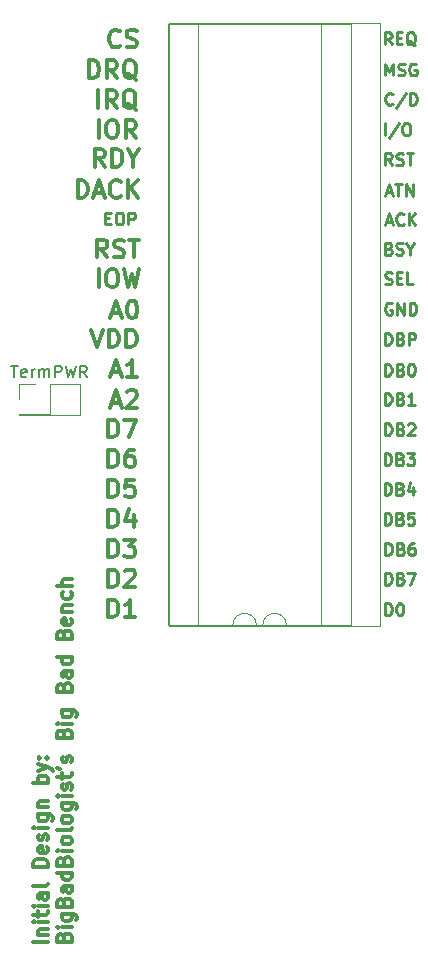
<source format=gbr>
%TF.GenerationSoftware,KiCad,Pcbnew,7.0.5-0*%
%TF.CreationDate,2023-05-30T18:10:52-04:00*%
%TF.ProjectId,SCSI adapter version 3,53435349-2061-4646-9170-746572207665,rev?*%
%TF.SameCoordinates,Original*%
%TF.FileFunction,Legend,Top*%
%TF.FilePolarity,Positive*%
%FSLAX46Y46*%
G04 Gerber Fmt 4.6, Leading zero omitted, Abs format (unit mm)*
G04 Created by KiCad (PCBNEW 7.0.5-0) date 2023-05-30 18:10:52*
%MOMM*%
%LPD*%
G01*
G04 APERTURE LIST*
%ADD10C,0.300000*%
%ADD11C,0.250000*%
%ADD12C,0.150000*%
%ADD13C,0.120000*%
G04 APERTURE END LIST*
D10*
X75792053Y-61495471D02*
X75720625Y-61566900D01*
X75720625Y-61566900D02*
X75506339Y-61638328D01*
X75506339Y-61638328D02*
X75363482Y-61638328D01*
X75363482Y-61638328D02*
X75149196Y-61566900D01*
X75149196Y-61566900D02*
X75006339Y-61424042D01*
X75006339Y-61424042D02*
X74934910Y-61281185D01*
X74934910Y-61281185D02*
X74863482Y-60995471D01*
X74863482Y-60995471D02*
X74863482Y-60781185D01*
X74863482Y-60781185D02*
X74934910Y-60495471D01*
X74934910Y-60495471D02*
X75006339Y-60352614D01*
X75006339Y-60352614D02*
X75149196Y-60209757D01*
X75149196Y-60209757D02*
X75363482Y-60138328D01*
X75363482Y-60138328D02*
X75506339Y-60138328D01*
X75506339Y-60138328D02*
X75720625Y-60209757D01*
X75720625Y-60209757D02*
X75792053Y-60281185D01*
X76363482Y-61566900D02*
X76577768Y-61638328D01*
X76577768Y-61638328D02*
X76934910Y-61638328D01*
X76934910Y-61638328D02*
X77077768Y-61566900D01*
X77077768Y-61566900D02*
X77149196Y-61495471D01*
X77149196Y-61495471D02*
X77220625Y-61352614D01*
X77220625Y-61352614D02*
X77220625Y-61209757D01*
X77220625Y-61209757D02*
X77149196Y-61066900D01*
X77149196Y-61066900D02*
X77077768Y-60995471D01*
X77077768Y-60995471D02*
X76934910Y-60924042D01*
X76934910Y-60924042D02*
X76649196Y-60852614D01*
X76649196Y-60852614D02*
X76506339Y-60781185D01*
X76506339Y-60781185D02*
X76434910Y-60709757D01*
X76434910Y-60709757D02*
X76363482Y-60566900D01*
X76363482Y-60566900D02*
X76363482Y-60424042D01*
X76363482Y-60424042D02*
X76434910Y-60281185D01*
X76434910Y-60281185D02*
X76506339Y-60209757D01*
X76506339Y-60209757D02*
X76649196Y-60138328D01*
X76649196Y-60138328D02*
X77006339Y-60138328D01*
X77006339Y-60138328D02*
X77220625Y-60209757D01*
X74020708Y-69300496D02*
X74020708Y-67800496D01*
X75020709Y-67800496D02*
X75306423Y-67800496D01*
X75306423Y-67800496D02*
X75449280Y-67871925D01*
X75449280Y-67871925D02*
X75592137Y-68014782D01*
X75592137Y-68014782D02*
X75663566Y-68300496D01*
X75663566Y-68300496D02*
X75663566Y-68800496D01*
X75663566Y-68800496D02*
X75592137Y-69086210D01*
X75592137Y-69086210D02*
X75449280Y-69229068D01*
X75449280Y-69229068D02*
X75306423Y-69300496D01*
X75306423Y-69300496D02*
X75020709Y-69300496D01*
X75020709Y-69300496D02*
X74877852Y-69229068D01*
X74877852Y-69229068D02*
X74734994Y-69086210D01*
X74734994Y-69086210D02*
X74663566Y-68800496D01*
X74663566Y-68800496D02*
X74663566Y-68300496D01*
X74663566Y-68300496D02*
X74734994Y-68014782D01*
X74734994Y-68014782D02*
X74877852Y-67871925D01*
X74877852Y-67871925D02*
X75020709Y-67800496D01*
X77163566Y-69300496D02*
X76663566Y-68586210D01*
X76306423Y-69300496D02*
X76306423Y-67800496D01*
X76306423Y-67800496D02*
X76877852Y-67800496D01*
X76877852Y-67800496D02*
X77020709Y-67871925D01*
X77020709Y-67871925D02*
X77092138Y-67943353D01*
X77092138Y-67943353D02*
X77163566Y-68086210D01*
X77163566Y-68086210D02*
X77163566Y-68300496D01*
X77163566Y-68300496D02*
X77092138Y-68443353D01*
X77092138Y-68443353D02*
X77020709Y-68514782D01*
X77020709Y-68514782D02*
X76877852Y-68586210D01*
X76877852Y-68586210D02*
X76306423Y-68586210D01*
X75128572Y-89145359D02*
X75842858Y-89145359D01*
X74985715Y-89573930D02*
X75485715Y-88073930D01*
X75485715Y-88073930D02*
X75985715Y-89573930D01*
X77271429Y-89573930D02*
X76414286Y-89573930D01*
X76842857Y-89573930D02*
X76842857Y-88073930D01*
X76842857Y-88073930D02*
X76700000Y-88288216D01*
X76700000Y-88288216D02*
X76557143Y-88431073D01*
X76557143Y-88431073D02*
X76414286Y-88502502D01*
D11*
X98242446Y-81630264D02*
X98385303Y-81677883D01*
X98385303Y-81677883D02*
X98623398Y-81677883D01*
X98623398Y-81677883D02*
X98718636Y-81630264D01*
X98718636Y-81630264D02*
X98766255Y-81582644D01*
X98766255Y-81582644D02*
X98813874Y-81487406D01*
X98813874Y-81487406D02*
X98813874Y-81392168D01*
X98813874Y-81392168D02*
X98766255Y-81296930D01*
X98766255Y-81296930D02*
X98718636Y-81249311D01*
X98718636Y-81249311D02*
X98623398Y-81201692D01*
X98623398Y-81201692D02*
X98432922Y-81154073D01*
X98432922Y-81154073D02*
X98337684Y-81106454D01*
X98337684Y-81106454D02*
X98290065Y-81058835D01*
X98290065Y-81058835D02*
X98242446Y-80963597D01*
X98242446Y-80963597D02*
X98242446Y-80868359D01*
X98242446Y-80868359D02*
X98290065Y-80773121D01*
X98290065Y-80773121D02*
X98337684Y-80725502D01*
X98337684Y-80725502D02*
X98432922Y-80677883D01*
X98432922Y-80677883D02*
X98671017Y-80677883D01*
X98671017Y-80677883D02*
X98813874Y-80725502D01*
X99242446Y-81154073D02*
X99575779Y-81154073D01*
X99718636Y-81677883D02*
X99242446Y-81677883D01*
X99242446Y-81677883D02*
X99242446Y-80677883D01*
X99242446Y-80677883D02*
X99718636Y-80677883D01*
X100623398Y-81677883D02*
X100147208Y-81677883D01*
X100147208Y-81677883D02*
X100147208Y-80677883D01*
D10*
X74818829Y-102257335D02*
X74818829Y-100757335D01*
X74818829Y-100757335D02*
X75175972Y-100757335D01*
X75175972Y-100757335D02*
X75390258Y-100828764D01*
X75390258Y-100828764D02*
X75533115Y-100971621D01*
X75533115Y-100971621D02*
X75604544Y-101114478D01*
X75604544Y-101114478D02*
X75675972Y-101400192D01*
X75675972Y-101400192D02*
X75675972Y-101614478D01*
X75675972Y-101614478D02*
X75604544Y-101900192D01*
X75604544Y-101900192D02*
X75533115Y-102043049D01*
X75533115Y-102043049D02*
X75390258Y-102185907D01*
X75390258Y-102185907D02*
X75175972Y-102257335D01*
X75175972Y-102257335D02*
X74818829Y-102257335D01*
X76961687Y-101257335D02*
X76961687Y-102257335D01*
X76604544Y-100685907D02*
X76247401Y-101757335D01*
X76247401Y-101757335D02*
X77175972Y-101757335D01*
X74818829Y-97177335D02*
X74818829Y-95677335D01*
X74818829Y-95677335D02*
X75175972Y-95677335D01*
X75175972Y-95677335D02*
X75390258Y-95748764D01*
X75390258Y-95748764D02*
X75533115Y-95891621D01*
X75533115Y-95891621D02*
X75604544Y-96034478D01*
X75604544Y-96034478D02*
X75675972Y-96320192D01*
X75675972Y-96320192D02*
X75675972Y-96534478D01*
X75675972Y-96534478D02*
X75604544Y-96820192D01*
X75604544Y-96820192D02*
X75533115Y-96963049D01*
X75533115Y-96963049D02*
X75390258Y-97105907D01*
X75390258Y-97105907D02*
X75175972Y-97177335D01*
X75175972Y-97177335D02*
X74818829Y-97177335D01*
X76961687Y-95677335D02*
X76675972Y-95677335D01*
X76675972Y-95677335D02*
X76533115Y-95748764D01*
X76533115Y-95748764D02*
X76461687Y-95820192D01*
X76461687Y-95820192D02*
X76318829Y-96034478D01*
X76318829Y-96034478D02*
X76247401Y-96320192D01*
X76247401Y-96320192D02*
X76247401Y-96891621D01*
X76247401Y-96891621D02*
X76318829Y-97034478D01*
X76318829Y-97034478D02*
X76390258Y-97105907D01*
X76390258Y-97105907D02*
X76533115Y-97177335D01*
X76533115Y-97177335D02*
X76818829Y-97177335D01*
X76818829Y-97177335D02*
X76961687Y-97105907D01*
X76961687Y-97105907D02*
X77033115Y-97034478D01*
X77033115Y-97034478D02*
X77104544Y-96891621D01*
X77104544Y-96891621D02*
X77104544Y-96534478D01*
X77104544Y-96534478D02*
X77033115Y-96391621D01*
X77033115Y-96391621D02*
X76961687Y-96320192D01*
X76961687Y-96320192D02*
X76818829Y-96248764D01*
X76818829Y-96248764D02*
X76533115Y-96248764D01*
X76533115Y-96248764D02*
X76390258Y-96320192D01*
X76390258Y-96320192D02*
X76318829Y-96391621D01*
X76318829Y-96391621D02*
X76247401Y-96534478D01*
X73196179Y-64228356D02*
X73196179Y-62728356D01*
X73196179Y-62728356D02*
X73553322Y-62728356D01*
X73553322Y-62728356D02*
X73767608Y-62799785D01*
X73767608Y-62799785D02*
X73910465Y-62942642D01*
X73910465Y-62942642D02*
X73981894Y-63085499D01*
X73981894Y-63085499D02*
X74053322Y-63371213D01*
X74053322Y-63371213D02*
X74053322Y-63585499D01*
X74053322Y-63585499D02*
X73981894Y-63871213D01*
X73981894Y-63871213D02*
X73910465Y-64014070D01*
X73910465Y-64014070D02*
X73767608Y-64156928D01*
X73767608Y-64156928D02*
X73553322Y-64228356D01*
X73553322Y-64228356D02*
X73196179Y-64228356D01*
X75553322Y-64228356D02*
X75053322Y-63514070D01*
X74696179Y-64228356D02*
X74696179Y-62728356D01*
X74696179Y-62728356D02*
X75267608Y-62728356D01*
X75267608Y-62728356D02*
X75410465Y-62799785D01*
X75410465Y-62799785D02*
X75481894Y-62871213D01*
X75481894Y-62871213D02*
X75553322Y-63014070D01*
X75553322Y-63014070D02*
X75553322Y-63228356D01*
X75553322Y-63228356D02*
X75481894Y-63371213D01*
X75481894Y-63371213D02*
X75410465Y-63442642D01*
X75410465Y-63442642D02*
X75267608Y-63514070D01*
X75267608Y-63514070D02*
X74696179Y-63514070D01*
X77196179Y-64371213D02*
X77053322Y-64299785D01*
X77053322Y-64299785D02*
X76910465Y-64156928D01*
X76910465Y-64156928D02*
X76696179Y-63942642D01*
X76696179Y-63942642D02*
X76553322Y-63871213D01*
X76553322Y-63871213D02*
X76410465Y-63871213D01*
X76481894Y-64228356D02*
X76339037Y-64156928D01*
X76339037Y-64156928D02*
X76196179Y-64014070D01*
X76196179Y-64014070D02*
X76124751Y-63728356D01*
X76124751Y-63728356D02*
X76124751Y-63228356D01*
X76124751Y-63228356D02*
X76196179Y-62942642D01*
X76196179Y-62942642D02*
X76339037Y-62799785D01*
X76339037Y-62799785D02*
X76481894Y-62728356D01*
X76481894Y-62728356D02*
X76767608Y-62728356D01*
X76767608Y-62728356D02*
X76910465Y-62799785D01*
X76910465Y-62799785D02*
X77053322Y-62942642D01*
X77053322Y-62942642D02*
X77124751Y-63228356D01*
X77124751Y-63228356D02*
X77124751Y-63728356D01*
X77124751Y-63728356D02*
X77053322Y-64014070D01*
X77053322Y-64014070D02*
X76910465Y-64156928D01*
X76910465Y-64156928D02*
X76767608Y-64228356D01*
X76767608Y-64228356D02*
X76481894Y-64228356D01*
X74741190Y-79418328D02*
X74241190Y-78704042D01*
X73884047Y-79418328D02*
X73884047Y-77918328D01*
X73884047Y-77918328D02*
X74455476Y-77918328D01*
X74455476Y-77918328D02*
X74598333Y-77989757D01*
X74598333Y-77989757D02*
X74669762Y-78061185D01*
X74669762Y-78061185D02*
X74741190Y-78204042D01*
X74741190Y-78204042D02*
X74741190Y-78418328D01*
X74741190Y-78418328D02*
X74669762Y-78561185D01*
X74669762Y-78561185D02*
X74598333Y-78632614D01*
X74598333Y-78632614D02*
X74455476Y-78704042D01*
X74455476Y-78704042D02*
X73884047Y-78704042D01*
X75312619Y-79346900D02*
X75526905Y-79418328D01*
X75526905Y-79418328D02*
X75884047Y-79418328D01*
X75884047Y-79418328D02*
X76026905Y-79346900D01*
X76026905Y-79346900D02*
X76098333Y-79275471D01*
X76098333Y-79275471D02*
X76169762Y-79132614D01*
X76169762Y-79132614D02*
X76169762Y-78989757D01*
X76169762Y-78989757D02*
X76098333Y-78846900D01*
X76098333Y-78846900D02*
X76026905Y-78775471D01*
X76026905Y-78775471D02*
X75884047Y-78704042D01*
X75884047Y-78704042D02*
X75598333Y-78632614D01*
X75598333Y-78632614D02*
X75455476Y-78561185D01*
X75455476Y-78561185D02*
X75384047Y-78489757D01*
X75384047Y-78489757D02*
X75312619Y-78346900D01*
X75312619Y-78346900D02*
X75312619Y-78204042D01*
X75312619Y-78204042D02*
X75384047Y-78061185D01*
X75384047Y-78061185D02*
X75455476Y-77989757D01*
X75455476Y-77989757D02*
X75598333Y-77918328D01*
X75598333Y-77918328D02*
X75955476Y-77918328D01*
X75955476Y-77918328D02*
X76169762Y-77989757D01*
X76598333Y-77918328D02*
X77455476Y-77918328D01*
X77026904Y-79418328D02*
X77026904Y-77918328D01*
X74004745Y-81925359D02*
X74004745Y-80425359D01*
X75004746Y-80425359D02*
X75290460Y-80425359D01*
X75290460Y-80425359D02*
X75433317Y-80496788D01*
X75433317Y-80496788D02*
X75576174Y-80639645D01*
X75576174Y-80639645D02*
X75647603Y-80925359D01*
X75647603Y-80925359D02*
X75647603Y-81425359D01*
X75647603Y-81425359D02*
X75576174Y-81711073D01*
X75576174Y-81711073D02*
X75433317Y-81853931D01*
X75433317Y-81853931D02*
X75290460Y-81925359D01*
X75290460Y-81925359D02*
X75004746Y-81925359D01*
X75004746Y-81925359D02*
X74861889Y-81853931D01*
X74861889Y-81853931D02*
X74719031Y-81711073D01*
X74719031Y-81711073D02*
X74647603Y-81425359D01*
X74647603Y-81425359D02*
X74647603Y-80925359D01*
X74647603Y-80925359D02*
X74719031Y-80639645D01*
X74719031Y-80639645D02*
X74861889Y-80496788D01*
X74861889Y-80496788D02*
X75004746Y-80425359D01*
X76147603Y-80425359D02*
X76504746Y-81925359D01*
X76504746Y-81925359D02*
X76790460Y-80853931D01*
X76790460Y-80853931D02*
X77076175Y-81925359D01*
X77076175Y-81925359D02*
X77433318Y-80425359D01*
D11*
X98235699Y-69063483D02*
X98235699Y-68063483D01*
X99426174Y-68015864D02*
X98569032Y-69301578D01*
X99949984Y-68063483D02*
X100140460Y-68063483D01*
X100140460Y-68063483D02*
X100235698Y-68111102D01*
X100235698Y-68111102D02*
X100330936Y-68206340D01*
X100330936Y-68206340D02*
X100378555Y-68396816D01*
X100378555Y-68396816D02*
X100378555Y-68730149D01*
X100378555Y-68730149D02*
X100330936Y-68920625D01*
X100330936Y-68920625D02*
X100235698Y-69015864D01*
X100235698Y-69015864D02*
X100140460Y-69063483D01*
X100140460Y-69063483D02*
X99949984Y-69063483D01*
X99949984Y-69063483D02*
X99854746Y-69015864D01*
X99854746Y-69015864D02*
X99759508Y-68920625D01*
X99759508Y-68920625D02*
X99711889Y-68730149D01*
X99711889Y-68730149D02*
X99711889Y-68396816D01*
X99711889Y-68396816D02*
X99759508Y-68206340D01*
X99759508Y-68206340D02*
X99854746Y-68111102D01*
X99854746Y-68111102D02*
X99949984Y-68063483D01*
X98246740Y-64001586D02*
X98246740Y-63001586D01*
X98246740Y-63001586D02*
X98580073Y-63715871D01*
X98580073Y-63715871D02*
X98913406Y-63001586D01*
X98913406Y-63001586D02*
X98913406Y-64001586D01*
X99341978Y-63953967D02*
X99484835Y-64001586D01*
X99484835Y-64001586D02*
X99722930Y-64001586D01*
X99722930Y-64001586D02*
X99818168Y-63953967D01*
X99818168Y-63953967D02*
X99865787Y-63906347D01*
X99865787Y-63906347D02*
X99913406Y-63811109D01*
X99913406Y-63811109D02*
X99913406Y-63715871D01*
X99913406Y-63715871D02*
X99865787Y-63620633D01*
X99865787Y-63620633D02*
X99818168Y-63573014D01*
X99818168Y-63573014D02*
X99722930Y-63525395D01*
X99722930Y-63525395D02*
X99532454Y-63477776D01*
X99532454Y-63477776D02*
X99437216Y-63430157D01*
X99437216Y-63430157D02*
X99389597Y-63382538D01*
X99389597Y-63382538D02*
X99341978Y-63287300D01*
X99341978Y-63287300D02*
X99341978Y-63192062D01*
X99341978Y-63192062D02*
X99389597Y-63096824D01*
X99389597Y-63096824D02*
X99437216Y-63049205D01*
X99437216Y-63049205D02*
X99532454Y-63001586D01*
X99532454Y-63001586D02*
X99770549Y-63001586D01*
X99770549Y-63001586D02*
X99913406Y-63049205D01*
X100865787Y-63049205D02*
X100770549Y-63001586D01*
X100770549Y-63001586D02*
X100627692Y-63001586D01*
X100627692Y-63001586D02*
X100484835Y-63049205D01*
X100484835Y-63049205D02*
X100389597Y-63144443D01*
X100389597Y-63144443D02*
X100341978Y-63239681D01*
X100341978Y-63239681D02*
X100294359Y-63430157D01*
X100294359Y-63430157D02*
X100294359Y-63573014D01*
X100294359Y-63573014D02*
X100341978Y-63763490D01*
X100341978Y-63763490D02*
X100389597Y-63858728D01*
X100389597Y-63858728D02*
X100484835Y-63953967D01*
X100484835Y-63953967D02*
X100627692Y-64001586D01*
X100627692Y-64001586D02*
X100722930Y-64001586D01*
X100722930Y-64001586D02*
X100865787Y-63953967D01*
X100865787Y-63953967D02*
X100913406Y-63906347D01*
X100913406Y-63906347D02*
X100913406Y-63573014D01*
X100913406Y-63573014D02*
X100722930Y-63573014D01*
X98276179Y-104607707D02*
X98276179Y-103607707D01*
X98276179Y-103607707D02*
X98514274Y-103607707D01*
X98514274Y-103607707D02*
X98657131Y-103655326D01*
X98657131Y-103655326D02*
X98752369Y-103750564D01*
X98752369Y-103750564D02*
X98799988Y-103845802D01*
X98799988Y-103845802D02*
X98847607Y-104036278D01*
X98847607Y-104036278D02*
X98847607Y-104179135D01*
X98847607Y-104179135D02*
X98799988Y-104369611D01*
X98799988Y-104369611D02*
X98752369Y-104464849D01*
X98752369Y-104464849D02*
X98657131Y-104560088D01*
X98657131Y-104560088D02*
X98514274Y-104607707D01*
X98514274Y-104607707D02*
X98276179Y-104607707D01*
X99609512Y-104083897D02*
X99752369Y-104131516D01*
X99752369Y-104131516D02*
X99799988Y-104179135D01*
X99799988Y-104179135D02*
X99847607Y-104274373D01*
X99847607Y-104274373D02*
X99847607Y-104417230D01*
X99847607Y-104417230D02*
X99799988Y-104512468D01*
X99799988Y-104512468D02*
X99752369Y-104560088D01*
X99752369Y-104560088D02*
X99657131Y-104607707D01*
X99657131Y-104607707D02*
X99276179Y-104607707D01*
X99276179Y-104607707D02*
X99276179Y-103607707D01*
X99276179Y-103607707D02*
X99609512Y-103607707D01*
X99609512Y-103607707D02*
X99704750Y-103655326D01*
X99704750Y-103655326D02*
X99752369Y-103702945D01*
X99752369Y-103702945D02*
X99799988Y-103798183D01*
X99799988Y-103798183D02*
X99799988Y-103893421D01*
X99799988Y-103893421D02*
X99752369Y-103988659D01*
X99752369Y-103988659D02*
X99704750Y-104036278D01*
X99704750Y-104036278D02*
X99609512Y-104083897D01*
X99609512Y-104083897D02*
X99276179Y-104083897D01*
X100704750Y-103607707D02*
X100514274Y-103607707D01*
X100514274Y-103607707D02*
X100419036Y-103655326D01*
X100419036Y-103655326D02*
X100371417Y-103702945D01*
X100371417Y-103702945D02*
X100276179Y-103845802D01*
X100276179Y-103845802D02*
X100228560Y-104036278D01*
X100228560Y-104036278D02*
X100228560Y-104417230D01*
X100228560Y-104417230D02*
X100276179Y-104512468D01*
X100276179Y-104512468D02*
X100323798Y-104560088D01*
X100323798Y-104560088D02*
X100419036Y-104607707D01*
X100419036Y-104607707D02*
X100609512Y-104607707D01*
X100609512Y-104607707D02*
X100704750Y-104560088D01*
X100704750Y-104560088D02*
X100752369Y-104512468D01*
X100752369Y-104512468D02*
X100799988Y-104417230D01*
X100799988Y-104417230D02*
X100799988Y-104179135D01*
X100799988Y-104179135D02*
X100752369Y-104083897D01*
X100752369Y-104083897D02*
X100704750Y-104036278D01*
X100704750Y-104036278D02*
X100609512Y-103988659D01*
X100609512Y-103988659D02*
X100419036Y-103988659D01*
X100419036Y-103988659D02*
X100323798Y-104036278D01*
X100323798Y-104036278D02*
X100276179Y-104083897D01*
X100276179Y-104083897D02*
X100228560Y-104179135D01*
X98236942Y-86821260D02*
X98236942Y-85821260D01*
X98236942Y-85821260D02*
X98475037Y-85821260D01*
X98475037Y-85821260D02*
X98617894Y-85868879D01*
X98617894Y-85868879D02*
X98713132Y-85964117D01*
X98713132Y-85964117D02*
X98760751Y-86059355D01*
X98760751Y-86059355D02*
X98808370Y-86249831D01*
X98808370Y-86249831D02*
X98808370Y-86392688D01*
X98808370Y-86392688D02*
X98760751Y-86583164D01*
X98760751Y-86583164D02*
X98713132Y-86678402D01*
X98713132Y-86678402D02*
X98617894Y-86773641D01*
X98617894Y-86773641D02*
X98475037Y-86821260D01*
X98475037Y-86821260D02*
X98236942Y-86821260D01*
X99570275Y-86297450D02*
X99713132Y-86345069D01*
X99713132Y-86345069D02*
X99760751Y-86392688D01*
X99760751Y-86392688D02*
X99808370Y-86487926D01*
X99808370Y-86487926D02*
X99808370Y-86630783D01*
X99808370Y-86630783D02*
X99760751Y-86726021D01*
X99760751Y-86726021D02*
X99713132Y-86773641D01*
X99713132Y-86773641D02*
X99617894Y-86821260D01*
X99617894Y-86821260D02*
X99236942Y-86821260D01*
X99236942Y-86821260D02*
X99236942Y-85821260D01*
X99236942Y-85821260D02*
X99570275Y-85821260D01*
X99570275Y-85821260D02*
X99665513Y-85868879D01*
X99665513Y-85868879D02*
X99713132Y-85916498D01*
X99713132Y-85916498D02*
X99760751Y-86011736D01*
X99760751Y-86011736D02*
X99760751Y-86106974D01*
X99760751Y-86106974D02*
X99713132Y-86202212D01*
X99713132Y-86202212D02*
X99665513Y-86249831D01*
X99665513Y-86249831D02*
X99570275Y-86297450D01*
X99570275Y-86297450D02*
X99236942Y-86297450D01*
X100236942Y-86821260D02*
X100236942Y-85821260D01*
X100236942Y-85821260D02*
X100617894Y-85821260D01*
X100617894Y-85821260D02*
X100713132Y-85868879D01*
X100713132Y-85868879D02*
X100760751Y-85916498D01*
X100760751Y-85916498D02*
X100808370Y-86011736D01*
X100808370Y-86011736D02*
X100808370Y-86154593D01*
X100808370Y-86154593D02*
X100760751Y-86249831D01*
X100760751Y-86249831D02*
X100713132Y-86297450D01*
X100713132Y-86297450D02*
X100617894Y-86345069D01*
X100617894Y-86345069D02*
X100236942Y-86345069D01*
X98834951Y-71594432D02*
X98501618Y-71118241D01*
X98263523Y-71594432D02*
X98263523Y-70594432D01*
X98263523Y-70594432D02*
X98644475Y-70594432D01*
X98644475Y-70594432D02*
X98739713Y-70642051D01*
X98739713Y-70642051D02*
X98787332Y-70689670D01*
X98787332Y-70689670D02*
X98834951Y-70784908D01*
X98834951Y-70784908D02*
X98834951Y-70927765D01*
X98834951Y-70927765D02*
X98787332Y-71023003D01*
X98787332Y-71023003D02*
X98739713Y-71070622D01*
X98739713Y-71070622D02*
X98644475Y-71118241D01*
X98644475Y-71118241D02*
X98263523Y-71118241D01*
X99215904Y-71546813D02*
X99358761Y-71594432D01*
X99358761Y-71594432D02*
X99596856Y-71594432D01*
X99596856Y-71594432D02*
X99692094Y-71546813D01*
X99692094Y-71546813D02*
X99739713Y-71499193D01*
X99739713Y-71499193D02*
X99787332Y-71403955D01*
X99787332Y-71403955D02*
X99787332Y-71308717D01*
X99787332Y-71308717D02*
X99739713Y-71213479D01*
X99739713Y-71213479D02*
X99692094Y-71165860D01*
X99692094Y-71165860D02*
X99596856Y-71118241D01*
X99596856Y-71118241D02*
X99406380Y-71070622D01*
X99406380Y-71070622D02*
X99311142Y-71023003D01*
X99311142Y-71023003D02*
X99263523Y-70975384D01*
X99263523Y-70975384D02*
X99215904Y-70880146D01*
X99215904Y-70880146D02*
X99215904Y-70784908D01*
X99215904Y-70784908D02*
X99263523Y-70689670D01*
X99263523Y-70689670D02*
X99311142Y-70642051D01*
X99311142Y-70642051D02*
X99406380Y-70594432D01*
X99406380Y-70594432D02*
X99644475Y-70594432D01*
X99644475Y-70594432D02*
X99787332Y-70642051D01*
X100073047Y-70594432D02*
X100644475Y-70594432D01*
X100358761Y-71594432D02*
X100358761Y-70594432D01*
D10*
X75128572Y-91737374D02*
X75842858Y-91737374D01*
X74985715Y-92165945D02*
X75485715Y-90665945D01*
X75485715Y-90665945D02*
X75985715Y-92165945D01*
X76414286Y-90808802D02*
X76485714Y-90737374D01*
X76485714Y-90737374D02*
X76628572Y-90665945D01*
X76628572Y-90665945D02*
X76985714Y-90665945D01*
X76985714Y-90665945D02*
X77128572Y-90737374D01*
X77128572Y-90737374D02*
X77200000Y-90808802D01*
X77200000Y-90808802D02*
X77271429Y-90951659D01*
X77271429Y-90951659D02*
X77271429Y-91094517D01*
X77271429Y-91094517D02*
X77200000Y-91308802D01*
X77200000Y-91308802D02*
X76342857Y-92165945D01*
X76342857Y-92165945D02*
X77271429Y-92165945D01*
X74818829Y-104797335D02*
X74818829Y-103297335D01*
X74818829Y-103297335D02*
X75175972Y-103297335D01*
X75175972Y-103297335D02*
X75390258Y-103368764D01*
X75390258Y-103368764D02*
X75533115Y-103511621D01*
X75533115Y-103511621D02*
X75604544Y-103654478D01*
X75604544Y-103654478D02*
X75675972Y-103940192D01*
X75675972Y-103940192D02*
X75675972Y-104154478D01*
X75675972Y-104154478D02*
X75604544Y-104440192D01*
X75604544Y-104440192D02*
X75533115Y-104583049D01*
X75533115Y-104583049D02*
X75390258Y-104725907D01*
X75390258Y-104725907D02*
X75175972Y-104797335D01*
X75175972Y-104797335D02*
X74818829Y-104797335D01*
X76175972Y-103297335D02*
X77104544Y-103297335D01*
X77104544Y-103297335D02*
X76604544Y-103868764D01*
X76604544Y-103868764D02*
X76818829Y-103868764D01*
X76818829Y-103868764D02*
X76961687Y-103940192D01*
X76961687Y-103940192D02*
X77033115Y-104011621D01*
X77033115Y-104011621D02*
X77104544Y-104154478D01*
X77104544Y-104154478D02*
X77104544Y-104511621D01*
X77104544Y-104511621D02*
X77033115Y-104654478D01*
X77033115Y-104654478D02*
X76961687Y-104725907D01*
X76961687Y-104725907D02*
X76818829Y-104797335D01*
X76818829Y-104797335D02*
X76390258Y-104797335D01*
X76390258Y-104797335D02*
X76247401Y-104725907D01*
X76247401Y-104725907D02*
X76175972Y-104654478D01*
D11*
X74574572Y-76086315D02*
X74907905Y-76086315D01*
X75050762Y-76610125D02*
X74574572Y-76610125D01*
X74574572Y-76610125D02*
X74574572Y-75610125D01*
X74574572Y-75610125D02*
X75050762Y-75610125D01*
X75669810Y-75610125D02*
X75860286Y-75610125D01*
X75860286Y-75610125D02*
X75955524Y-75657744D01*
X75955524Y-75657744D02*
X76050762Y-75752982D01*
X76050762Y-75752982D02*
X76098381Y-75943458D01*
X76098381Y-75943458D02*
X76098381Y-76276791D01*
X76098381Y-76276791D02*
X76050762Y-76467267D01*
X76050762Y-76467267D02*
X75955524Y-76562506D01*
X75955524Y-76562506D02*
X75860286Y-76610125D01*
X75860286Y-76610125D02*
X75669810Y-76610125D01*
X75669810Y-76610125D02*
X75574572Y-76562506D01*
X75574572Y-76562506D02*
X75479334Y-76467267D01*
X75479334Y-76467267D02*
X75431715Y-76276791D01*
X75431715Y-76276791D02*
X75431715Y-75943458D01*
X75431715Y-75943458D02*
X75479334Y-75752982D01*
X75479334Y-75752982D02*
X75574572Y-75657744D01*
X75574572Y-75657744D02*
X75669810Y-75610125D01*
X76526953Y-76610125D02*
X76526953Y-75610125D01*
X76526953Y-75610125D02*
X76907905Y-75610125D01*
X76907905Y-75610125D02*
X77003143Y-75657744D01*
X77003143Y-75657744D02*
X77050762Y-75705363D01*
X77050762Y-75705363D02*
X77098381Y-75800601D01*
X77098381Y-75800601D02*
X77098381Y-75943458D01*
X77098381Y-75943458D02*
X77050762Y-76038696D01*
X77050762Y-76038696D02*
X77003143Y-76086315D01*
X77003143Y-76086315D02*
X76907905Y-76133934D01*
X76907905Y-76133934D02*
X76526953Y-76133934D01*
X98804167Y-61368535D02*
X98470834Y-60892344D01*
X98232739Y-61368535D02*
X98232739Y-60368535D01*
X98232739Y-60368535D02*
X98613691Y-60368535D01*
X98613691Y-60368535D02*
X98708929Y-60416154D01*
X98708929Y-60416154D02*
X98756548Y-60463773D01*
X98756548Y-60463773D02*
X98804167Y-60559011D01*
X98804167Y-60559011D02*
X98804167Y-60701868D01*
X98804167Y-60701868D02*
X98756548Y-60797106D01*
X98756548Y-60797106D02*
X98708929Y-60844725D01*
X98708929Y-60844725D02*
X98613691Y-60892344D01*
X98613691Y-60892344D02*
X98232739Y-60892344D01*
X99232739Y-60844725D02*
X99566072Y-60844725D01*
X99708929Y-61368535D02*
X99232739Y-61368535D01*
X99232739Y-61368535D02*
X99232739Y-60368535D01*
X99232739Y-60368535D02*
X99708929Y-60368535D01*
X100804167Y-61463773D02*
X100708929Y-61416154D01*
X100708929Y-61416154D02*
X100613691Y-61320916D01*
X100613691Y-61320916D02*
X100470834Y-61178058D01*
X100470834Y-61178058D02*
X100375596Y-61130439D01*
X100375596Y-61130439D02*
X100280358Y-61130439D01*
X100327977Y-61368535D02*
X100232739Y-61320916D01*
X100232739Y-61320916D02*
X100137501Y-61225677D01*
X100137501Y-61225677D02*
X100089882Y-61035201D01*
X100089882Y-61035201D02*
X100089882Y-60701868D01*
X100089882Y-60701868D02*
X100137501Y-60511392D01*
X100137501Y-60511392D02*
X100232739Y-60416154D01*
X100232739Y-60416154D02*
X100327977Y-60368535D01*
X100327977Y-60368535D02*
X100518453Y-60368535D01*
X100518453Y-60368535D02*
X100613691Y-60416154D01*
X100613691Y-60416154D02*
X100708929Y-60511392D01*
X100708929Y-60511392D02*
X100756548Y-60701868D01*
X100756548Y-60701868D02*
X100756548Y-61035201D01*
X100756548Y-61035201D02*
X100708929Y-61225677D01*
X100708929Y-61225677D02*
X100613691Y-61320916D01*
X100613691Y-61320916D02*
X100518453Y-61368535D01*
X100518453Y-61368535D02*
X100327977Y-61368535D01*
X98257008Y-109702067D02*
X98257008Y-108702067D01*
X98257008Y-108702067D02*
X98495103Y-108702067D01*
X98495103Y-108702067D02*
X98637960Y-108749686D01*
X98637960Y-108749686D02*
X98733198Y-108844924D01*
X98733198Y-108844924D02*
X98780817Y-108940162D01*
X98780817Y-108940162D02*
X98828436Y-109130638D01*
X98828436Y-109130638D02*
X98828436Y-109273495D01*
X98828436Y-109273495D02*
X98780817Y-109463971D01*
X98780817Y-109463971D02*
X98733198Y-109559209D01*
X98733198Y-109559209D02*
X98637960Y-109654448D01*
X98637960Y-109654448D02*
X98495103Y-109702067D01*
X98495103Y-109702067D02*
X98257008Y-109702067D01*
X99447484Y-108702067D02*
X99542722Y-108702067D01*
X99542722Y-108702067D02*
X99637960Y-108749686D01*
X99637960Y-108749686D02*
X99685579Y-108797305D01*
X99685579Y-108797305D02*
X99733198Y-108892543D01*
X99733198Y-108892543D02*
X99780817Y-109083019D01*
X99780817Y-109083019D02*
X99780817Y-109321114D01*
X99780817Y-109321114D02*
X99733198Y-109511590D01*
X99733198Y-109511590D02*
X99685579Y-109606828D01*
X99685579Y-109606828D02*
X99637960Y-109654448D01*
X99637960Y-109654448D02*
X99542722Y-109702067D01*
X99542722Y-109702067D02*
X99447484Y-109702067D01*
X99447484Y-109702067D02*
X99352246Y-109654448D01*
X99352246Y-109654448D02*
X99304627Y-109606828D01*
X99304627Y-109606828D02*
X99257008Y-109511590D01*
X99257008Y-109511590D02*
X99209389Y-109321114D01*
X99209389Y-109321114D02*
X99209389Y-109083019D01*
X99209389Y-109083019D02*
X99257008Y-108892543D01*
X99257008Y-108892543D02*
X99304627Y-108797305D01*
X99304627Y-108797305D02*
X99352246Y-108749686D01*
X99352246Y-108749686D02*
X99447484Y-108702067D01*
D10*
X74818829Y-109877335D02*
X74818829Y-108377335D01*
X74818829Y-108377335D02*
X75175972Y-108377335D01*
X75175972Y-108377335D02*
X75390258Y-108448764D01*
X75390258Y-108448764D02*
X75533115Y-108591621D01*
X75533115Y-108591621D02*
X75604544Y-108734478D01*
X75604544Y-108734478D02*
X75675972Y-109020192D01*
X75675972Y-109020192D02*
X75675972Y-109234478D01*
X75675972Y-109234478D02*
X75604544Y-109520192D01*
X75604544Y-109520192D02*
X75533115Y-109663049D01*
X75533115Y-109663049D02*
X75390258Y-109805907D01*
X75390258Y-109805907D02*
X75175972Y-109877335D01*
X75175972Y-109877335D02*
X74818829Y-109877335D01*
X77104544Y-109877335D02*
X76247401Y-109877335D01*
X76675972Y-109877335D02*
X76675972Y-108377335D01*
X76675972Y-108377335D02*
X76533115Y-108591621D01*
X76533115Y-108591621D02*
X76390258Y-108734478D01*
X76390258Y-108734478D02*
X76247401Y-108805907D01*
X69702784Y-137388972D02*
X68452784Y-137388972D01*
X68869451Y-136793734D02*
X69702784Y-136793734D01*
X68988499Y-136793734D02*
X68928975Y-136734211D01*
X68928975Y-136734211D02*
X68869451Y-136615163D01*
X68869451Y-136615163D02*
X68869451Y-136436592D01*
X68869451Y-136436592D02*
X68928975Y-136317544D01*
X68928975Y-136317544D02*
X69048022Y-136258020D01*
X69048022Y-136258020D02*
X69702784Y-136258020D01*
X69702784Y-135662782D02*
X68869451Y-135662782D01*
X68452784Y-135662782D02*
X68512308Y-135722306D01*
X68512308Y-135722306D02*
X68571832Y-135662782D01*
X68571832Y-135662782D02*
X68512308Y-135603259D01*
X68512308Y-135603259D02*
X68452784Y-135662782D01*
X68452784Y-135662782D02*
X68571832Y-135662782D01*
X68869451Y-135246116D02*
X68869451Y-134769925D01*
X68452784Y-135067544D02*
X69524213Y-135067544D01*
X69524213Y-135067544D02*
X69643261Y-135008021D01*
X69643261Y-135008021D02*
X69702784Y-134888973D01*
X69702784Y-134888973D02*
X69702784Y-134769925D01*
X69702784Y-134353258D02*
X68869451Y-134353258D01*
X68452784Y-134353258D02*
X68512308Y-134412782D01*
X68512308Y-134412782D02*
X68571832Y-134353258D01*
X68571832Y-134353258D02*
X68512308Y-134293735D01*
X68512308Y-134293735D02*
X68452784Y-134353258D01*
X68452784Y-134353258D02*
X68571832Y-134353258D01*
X69702784Y-133222306D02*
X69048022Y-133222306D01*
X69048022Y-133222306D02*
X68928975Y-133281830D01*
X68928975Y-133281830D02*
X68869451Y-133400878D01*
X68869451Y-133400878D02*
X68869451Y-133638973D01*
X68869451Y-133638973D02*
X68928975Y-133758020D01*
X69643261Y-133222306D02*
X69702784Y-133341354D01*
X69702784Y-133341354D02*
X69702784Y-133638973D01*
X69702784Y-133638973D02*
X69643261Y-133758020D01*
X69643261Y-133758020D02*
X69524213Y-133817544D01*
X69524213Y-133817544D02*
X69405165Y-133817544D01*
X69405165Y-133817544D02*
X69286118Y-133758020D01*
X69286118Y-133758020D02*
X69226594Y-133638973D01*
X69226594Y-133638973D02*
X69226594Y-133341354D01*
X69226594Y-133341354D02*
X69167070Y-133222306D01*
X69702784Y-132448497D02*
X69643261Y-132567545D01*
X69643261Y-132567545D02*
X69524213Y-132627068D01*
X69524213Y-132627068D02*
X68452784Y-132627068D01*
X69702784Y-131019925D02*
X68452784Y-131019925D01*
X68452784Y-131019925D02*
X68452784Y-130722306D01*
X68452784Y-130722306D02*
X68512308Y-130543735D01*
X68512308Y-130543735D02*
X68631356Y-130424687D01*
X68631356Y-130424687D02*
X68750403Y-130365164D01*
X68750403Y-130365164D02*
X68988499Y-130305640D01*
X68988499Y-130305640D02*
X69167070Y-130305640D01*
X69167070Y-130305640D02*
X69405165Y-130365164D01*
X69405165Y-130365164D02*
X69524213Y-130424687D01*
X69524213Y-130424687D02*
X69643261Y-130543735D01*
X69643261Y-130543735D02*
X69702784Y-130722306D01*
X69702784Y-130722306D02*
X69702784Y-131019925D01*
X69643261Y-129293735D02*
X69702784Y-129412783D01*
X69702784Y-129412783D02*
X69702784Y-129650878D01*
X69702784Y-129650878D02*
X69643261Y-129769925D01*
X69643261Y-129769925D02*
X69524213Y-129829449D01*
X69524213Y-129829449D02*
X69048022Y-129829449D01*
X69048022Y-129829449D02*
X68928975Y-129769925D01*
X68928975Y-129769925D02*
X68869451Y-129650878D01*
X68869451Y-129650878D02*
X68869451Y-129412783D01*
X68869451Y-129412783D02*
X68928975Y-129293735D01*
X68928975Y-129293735D02*
X69048022Y-129234211D01*
X69048022Y-129234211D02*
X69167070Y-129234211D01*
X69167070Y-129234211D02*
X69286118Y-129829449D01*
X69643261Y-128758020D02*
X69702784Y-128638973D01*
X69702784Y-128638973D02*
X69702784Y-128400877D01*
X69702784Y-128400877D02*
X69643261Y-128281830D01*
X69643261Y-128281830D02*
X69524213Y-128222306D01*
X69524213Y-128222306D02*
X69464689Y-128222306D01*
X69464689Y-128222306D02*
X69345641Y-128281830D01*
X69345641Y-128281830D02*
X69286118Y-128400877D01*
X69286118Y-128400877D02*
X69286118Y-128579449D01*
X69286118Y-128579449D02*
X69226594Y-128698496D01*
X69226594Y-128698496D02*
X69107546Y-128758020D01*
X69107546Y-128758020D02*
X69048022Y-128758020D01*
X69048022Y-128758020D02*
X68928975Y-128698496D01*
X68928975Y-128698496D02*
X68869451Y-128579449D01*
X68869451Y-128579449D02*
X68869451Y-128400877D01*
X68869451Y-128400877D02*
X68928975Y-128281830D01*
X69702784Y-127686591D02*
X68869451Y-127686591D01*
X68452784Y-127686591D02*
X68512308Y-127746115D01*
X68512308Y-127746115D02*
X68571832Y-127686591D01*
X68571832Y-127686591D02*
X68512308Y-127627068D01*
X68512308Y-127627068D02*
X68452784Y-127686591D01*
X68452784Y-127686591D02*
X68571832Y-127686591D01*
X68869451Y-126555639D02*
X69881356Y-126555639D01*
X69881356Y-126555639D02*
X70000403Y-126615163D01*
X70000403Y-126615163D02*
X70059927Y-126674687D01*
X70059927Y-126674687D02*
X70119451Y-126793734D01*
X70119451Y-126793734D02*
X70119451Y-126972306D01*
X70119451Y-126972306D02*
X70059927Y-127091353D01*
X69643261Y-126555639D02*
X69702784Y-126674687D01*
X69702784Y-126674687D02*
X69702784Y-126912782D01*
X69702784Y-126912782D02*
X69643261Y-127031830D01*
X69643261Y-127031830D02*
X69583737Y-127091353D01*
X69583737Y-127091353D02*
X69464689Y-127150877D01*
X69464689Y-127150877D02*
X69107546Y-127150877D01*
X69107546Y-127150877D02*
X68988499Y-127091353D01*
X68988499Y-127091353D02*
X68928975Y-127031830D01*
X68928975Y-127031830D02*
X68869451Y-126912782D01*
X68869451Y-126912782D02*
X68869451Y-126674687D01*
X68869451Y-126674687D02*
X68928975Y-126555639D01*
X68869451Y-125960401D02*
X69702784Y-125960401D01*
X68988499Y-125960401D02*
X68928975Y-125900878D01*
X68928975Y-125900878D02*
X68869451Y-125781830D01*
X68869451Y-125781830D02*
X68869451Y-125603259D01*
X68869451Y-125603259D02*
X68928975Y-125484211D01*
X68928975Y-125484211D02*
X69048022Y-125424687D01*
X69048022Y-125424687D02*
X69702784Y-125424687D01*
X69702784Y-123877068D02*
X68452784Y-123877068D01*
X68928975Y-123877068D02*
X68869451Y-123758021D01*
X68869451Y-123758021D02*
X68869451Y-123519926D01*
X68869451Y-123519926D02*
X68928975Y-123400878D01*
X68928975Y-123400878D02*
X68988499Y-123341354D01*
X68988499Y-123341354D02*
X69107546Y-123281830D01*
X69107546Y-123281830D02*
X69464689Y-123281830D01*
X69464689Y-123281830D02*
X69583737Y-123341354D01*
X69583737Y-123341354D02*
X69643261Y-123400878D01*
X69643261Y-123400878D02*
X69702784Y-123519926D01*
X69702784Y-123519926D02*
X69702784Y-123758021D01*
X69702784Y-123758021D02*
X69643261Y-123877068D01*
X68869451Y-122865164D02*
X69702784Y-122567545D01*
X68869451Y-122269926D02*
X69702784Y-122567545D01*
X69702784Y-122567545D02*
X70000403Y-122686593D01*
X70000403Y-122686593D02*
X70059927Y-122746116D01*
X70059927Y-122746116D02*
X70119451Y-122865164D01*
X69583737Y-121793735D02*
X69643261Y-121734212D01*
X69643261Y-121734212D02*
X69702784Y-121793735D01*
X69702784Y-121793735D02*
X69643261Y-121853259D01*
X69643261Y-121853259D02*
X69583737Y-121793735D01*
X69583737Y-121793735D02*
X69702784Y-121793735D01*
X68928975Y-121793735D02*
X68988499Y-121734212D01*
X68988499Y-121734212D02*
X69048022Y-121793735D01*
X69048022Y-121793735D02*
X68988499Y-121853259D01*
X68988499Y-121853259D02*
X68928975Y-121793735D01*
X68928975Y-121793735D02*
X69048022Y-121793735D01*
X71060522Y-136972306D02*
X71120046Y-136793734D01*
X71120046Y-136793734D02*
X71179570Y-136734211D01*
X71179570Y-136734211D02*
X71298618Y-136674687D01*
X71298618Y-136674687D02*
X71477189Y-136674687D01*
X71477189Y-136674687D02*
X71596237Y-136734211D01*
X71596237Y-136734211D02*
X71655761Y-136793734D01*
X71655761Y-136793734D02*
X71715284Y-136912782D01*
X71715284Y-136912782D02*
X71715284Y-137388972D01*
X71715284Y-137388972D02*
X70465284Y-137388972D01*
X70465284Y-137388972D02*
X70465284Y-136972306D01*
X70465284Y-136972306D02*
X70524808Y-136853258D01*
X70524808Y-136853258D02*
X70584332Y-136793734D01*
X70584332Y-136793734D02*
X70703380Y-136734211D01*
X70703380Y-136734211D02*
X70822427Y-136734211D01*
X70822427Y-136734211D02*
X70941475Y-136793734D01*
X70941475Y-136793734D02*
X71000999Y-136853258D01*
X71000999Y-136853258D02*
X71060522Y-136972306D01*
X71060522Y-136972306D02*
X71060522Y-137388972D01*
X71715284Y-136138972D02*
X70881951Y-136138972D01*
X70465284Y-136138972D02*
X70524808Y-136198496D01*
X70524808Y-136198496D02*
X70584332Y-136138972D01*
X70584332Y-136138972D02*
X70524808Y-136079449D01*
X70524808Y-136079449D02*
X70465284Y-136138972D01*
X70465284Y-136138972D02*
X70584332Y-136138972D01*
X70881951Y-135008020D02*
X71893856Y-135008020D01*
X71893856Y-135008020D02*
X72012903Y-135067544D01*
X72012903Y-135067544D02*
X72072427Y-135127068D01*
X72072427Y-135127068D02*
X72131951Y-135246115D01*
X72131951Y-135246115D02*
X72131951Y-135424687D01*
X72131951Y-135424687D02*
X72072427Y-135543734D01*
X71655761Y-135008020D02*
X71715284Y-135127068D01*
X71715284Y-135127068D02*
X71715284Y-135365163D01*
X71715284Y-135365163D02*
X71655761Y-135484211D01*
X71655761Y-135484211D02*
X71596237Y-135543734D01*
X71596237Y-135543734D02*
X71477189Y-135603258D01*
X71477189Y-135603258D02*
X71120046Y-135603258D01*
X71120046Y-135603258D02*
X71000999Y-135543734D01*
X71000999Y-135543734D02*
X70941475Y-135484211D01*
X70941475Y-135484211D02*
X70881951Y-135365163D01*
X70881951Y-135365163D02*
X70881951Y-135127068D01*
X70881951Y-135127068D02*
X70941475Y-135008020D01*
X71060522Y-133996116D02*
X71120046Y-133817544D01*
X71120046Y-133817544D02*
X71179570Y-133758021D01*
X71179570Y-133758021D02*
X71298618Y-133698497D01*
X71298618Y-133698497D02*
X71477189Y-133698497D01*
X71477189Y-133698497D02*
X71596237Y-133758021D01*
X71596237Y-133758021D02*
X71655761Y-133817544D01*
X71655761Y-133817544D02*
X71715284Y-133936592D01*
X71715284Y-133936592D02*
X71715284Y-134412782D01*
X71715284Y-134412782D02*
X70465284Y-134412782D01*
X70465284Y-134412782D02*
X70465284Y-133996116D01*
X70465284Y-133996116D02*
X70524808Y-133877068D01*
X70524808Y-133877068D02*
X70584332Y-133817544D01*
X70584332Y-133817544D02*
X70703380Y-133758021D01*
X70703380Y-133758021D02*
X70822427Y-133758021D01*
X70822427Y-133758021D02*
X70941475Y-133817544D01*
X70941475Y-133817544D02*
X71000999Y-133877068D01*
X71000999Y-133877068D02*
X71060522Y-133996116D01*
X71060522Y-133996116D02*
X71060522Y-134412782D01*
X71715284Y-132627068D02*
X71060522Y-132627068D01*
X71060522Y-132627068D02*
X70941475Y-132686592D01*
X70941475Y-132686592D02*
X70881951Y-132805640D01*
X70881951Y-132805640D02*
X70881951Y-133043735D01*
X70881951Y-133043735D02*
X70941475Y-133162782D01*
X71655761Y-132627068D02*
X71715284Y-132746116D01*
X71715284Y-132746116D02*
X71715284Y-133043735D01*
X71715284Y-133043735D02*
X71655761Y-133162782D01*
X71655761Y-133162782D02*
X71536713Y-133222306D01*
X71536713Y-133222306D02*
X71417665Y-133222306D01*
X71417665Y-133222306D02*
X71298618Y-133162782D01*
X71298618Y-133162782D02*
X71239094Y-133043735D01*
X71239094Y-133043735D02*
X71239094Y-132746116D01*
X71239094Y-132746116D02*
X71179570Y-132627068D01*
X71715284Y-131496116D02*
X70465284Y-131496116D01*
X71655761Y-131496116D02*
X71715284Y-131615164D01*
X71715284Y-131615164D02*
X71715284Y-131853259D01*
X71715284Y-131853259D02*
X71655761Y-131972307D01*
X71655761Y-131972307D02*
X71596237Y-132031830D01*
X71596237Y-132031830D02*
X71477189Y-132091354D01*
X71477189Y-132091354D02*
X71120046Y-132091354D01*
X71120046Y-132091354D02*
X71000999Y-132031830D01*
X71000999Y-132031830D02*
X70941475Y-131972307D01*
X70941475Y-131972307D02*
X70881951Y-131853259D01*
X70881951Y-131853259D02*
X70881951Y-131615164D01*
X70881951Y-131615164D02*
X70941475Y-131496116D01*
X71060522Y-130484212D02*
X71120046Y-130305640D01*
X71120046Y-130305640D02*
X71179570Y-130246117D01*
X71179570Y-130246117D02*
X71298618Y-130186593D01*
X71298618Y-130186593D02*
X71477189Y-130186593D01*
X71477189Y-130186593D02*
X71596237Y-130246117D01*
X71596237Y-130246117D02*
X71655761Y-130305640D01*
X71655761Y-130305640D02*
X71715284Y-130424688D01*
X71715284Y-130424688D02*
X71715284Y-130900878D01*
X71715284Y-130900878D02*
X70465284Y-130900878D01*
X70465284Y-130900878D02*
X70465284Y-130484212D01*
X70465284Y-130484212D02*
X70524808Y-130365164D01*
X70524808Y-130365164D02*
X70584332Y-130305640D01*
X70584332Y-130305640D02*
X70703380Y-130246117D01*
X70703380Y-130246117D02*
X70822427Y-130246117D01*
X70822427Y-130246117D02*
X70941475Y-130305640D01*
X70941475Y-130305640D02*
X71000999Y-130365164D01*
X71000999Y-130365164D02*
X71060522Y-130484212D01*
X71060522Y-130484212D02*
X71060522Y-130900878D01*
X71715284Y-129650878D02*
X70881951Y-129650878D01*
X70465284Y-129650878D02*
X70524808Y-129710402D01*
X70524808Y-129710402D02*
X70584332Y-129650878D01*
X70584332Y-129650878D02*
X70524808Y-129591355D01*
X70524808Y-129591355D02*
X70465284Y-129650878D01*
X70465284Y-129650878D02*
X70584332Y-129650878D01*
X71715284Y-128877069D02*
X71655761Y-128996117D01*
X71655761Y-128996117D02*
X71596237Y-129055640D01*
X71596237Y-129055640D02*
X71477189Y-129115164D01*
X71477189Y-129115164D02*
X71120046Y-129115164D01*
X71120046Y-129115164D02*
X71000999Y-129055640D01*
X71000999Y-129055640D02*
X70941475Y-128996117D01*
X70941475Y-128996117D02*
X70881951Y-128877069D01*
X70881951Y-128877069D02*
X70881951Y-128698498D01*
X70881951Y-128698498D02*
X70941475Y-128579450D01*
X70941475Y-128579450D02*
X71000999Y-128519926D01*
X71000999Y-128519926D02*
X71120046Y-128460402D01*
X71120046Y-128460402D02*
X71477189Y-128460402D01*
X71477189Y-128460402D02*
X71596237Y-128519926D01*
X71596237Y-128519926D02*
X71655761Y-128579450D01*
X71655761Y-128579450D02*
X71715284Y-128698498D01*
X71715284Y-128698498D02*
X71715284Y-128877069D01*
X71715284Y-127746117D02*
X71655761Y-127865165D01*
X71655761Y-127865165D02*
X71536713Y-127924688D01*
X71536713Y-127924688D02*
X70465284Y-127924688D01*
X71715284Y-127091355D02*
X71655761Y-127210403D01*
X71655761Y-127210403D02*
X71596237Y-127269926D01*
X71596237Y-127269926D02*
X71477189Y-127329450D01*
X71477189Y-127329450D02*
X71120046Y-127329450D01*
X71120046Y-127329450D02*
X71000999Y-127269926D01*
X71000999Y-127269926D02*
X70941475Y-127210403D01*
X70941475Y-127210403D02*
X70881951Y-127091355D01*
X70881951Y-127091355D02*
X70881951Y-126912784D01*
X70881951Y-126912784D02*
X70941475Y-126793736D01*
X70941475Y-126793736D02*
X71000999Y-126734212D01*
X71000999Y-126734212D02*
X71120046Y-126674688D01*
X71120046Y-126674688D02*
X71477189Y-126674688D01*
X71477189Y-126674688D02*
X71596237Y-126734212D01*
X71596237Y-126734212D02*
X71655761Y-126793736D01*
X71655761Y-126793736D02*
X71715284Y-126912784D01*
X71715284Y-126912784D02*
X71715284Y-127091355D01*
X70881951Y-125603260D02*
X71893856Y-125603260D01*
X71893856Y-125603260D02*
X72012903Y-125662784D01*
X72012903Y-125662784D02*
X72072427Y-125722308D01*
X72072427Y-125722308D02*
X72131951Y-125841355D01*
X72131951Y-125841355D02*
X72131951Y-126019927D01*
X72131951Y-126019927D02*
X72072427Y-126138974D01*
X71655761Y-125603260D02*
X71715284Y-125722308D01*
X71715284Y-125722308D02*
X71715284Y-125960403D01*
X71715284Y-125960403D02*
X71655761Y-126079451D01*
X71655761Y-126079451D02*
X71596237Y-126138974D01*
X71596237Y-126138974D02*
X71477189Y-126198498D01*
X71477189Y-126198498D02*
X71120046Y-126198498D01*
X71120046Y-126198498D02*
X71000999Y-126138974D01*
X71000999Y-126138974D02*
X70941475Y-126079451D01*
X70941475Y-126079451D02*
X70881951Y-125960403D01*
X70881951Y-125960403D02*
X70881951Y-125722308D01*
X70881951Y-125722308D02*
X70941475Y-125603260D01*
X71715284Y-125008022D02*
X70881951Y-125008022D01*
X70465284Y-125008022D02*
X70524808Y-125067546D01*
X70524808Y-125067546D02*
X70584332Y-125008022D01*
X70584332Y-125008022D02*
X70524808Y-124948499D01*
X70524808Y-124948499D02*
X70465284Y-125008022D01*
X70465284Y-125008022D02*
X70584332Y-125008022D01*
X71655761Y-124472308D02*
X71715284Y-124353261D01*
X71715284Y-124353261D02*
X71715284Y-124115165D01*
X71715284Y-124115165D02*
X71655761Y-123996118D01*
X71655761Y-123996118D02*
X71536713Y-123936594D01*
X71536713Y-123936594D02*
X71477189Y-123936594D01*
X71477189Y-123936594D02*
X71358141Y-123996118D01*
X71358141Y-123996118D02*
X71298618Y-124115165D01*
X71298618Y-124115165D02*
X71298618Y-124293737D01*
X71298618Y-124293737D02*
X71239094Y-124412784D01*
X71239094Y-124412784D02*
X71120046Y-124472308D01*
X71120046Y-124472308D02*
X71060522Y-124472308D01*
X71060522Y-124472308D02*
X70941475Y-124412784D01*
X70941475Y-124412784D02*
X70881951Y-124293737D01*
X70881951Y-124293737D02*
X70881951Y-124115165D01*
X70881951Y-124115165D02*
X70941475Y-123996118D01*
X70881951Y-123579451D02*
X70881951Y-123103260D01*
X70465284Y-123400879D02*
X71536713Y-123400879D01*
X71536713Y-123400879D02*
X71655761Y-123341356D01*
X71655761Y-123341356D02*
X71715284Y-123222308D01*
X71715284Y-123222308D02*
X71715284Y-123103260D01*
X70465284Y-122627070D02*
X70703380Y-122746117D01*
X71655761Y-122150879D02*
X71715284Y-122031832D01*
X71715284Y-122031832D02*
X71715284Y-121793736D01*
X71715284Y-121793736D02*
X71655761Y-121674689D01*
X71655761Y-121674689D02*
X71536713Y-121615165D01*
X71536713Y-121615165D02*
X71477189Y-121615165D01*
X71477189Y-121615165D02*
X71358141Y-121674689D01*
X71358141Y-121674689D02*
X71298618Y-121793736D01*
X71298618Y-121793736D02*
X71298618Y-121972308D01*
X71298618Y-121972308D02*
X71239094Y-122091355D01*
X71239094Y-122091355D02*
X71120046Y-122150879D01*
X71120046Y-122150879D02*
X71060522Y-122150879D01*
X71060522Y-122150879D02*
X70941475Y-122091355D01*
X70941475Y-122091355D02*
X70881951Y-121972308D01*
X70881951Y-121972308D02*
X70881951Y-121793736D01*
X70881951Y-121793736D02*
X70941475Y-121674689D01*
X71060522Y-119710403D02*
X71120046Y-119531831D01*
X71120046Y-119531831D02*
X71179570Y-119472308D01*
X71179570Y-119472308D02*
X71298618Y-119412784D01*
X71298618Y-119412784D02*
X71477189Y-119412784D01*
X71477189Y-119412784D02*
X71596237Y-119472308D01*
X71596237Y-119472308D02*
X71655761Y-119531831D01*
X71655761Y-119531831D02*
X71715284Y-119650879D01*
X71715284Y-119650879D02*
X71715284Y-120127069D01*
X71715284Y-120127069D02*
X70465284Y-120127069D01*
X70465284Y-120127069D02*
X70465284Y-119710403D01*
X70465284Y-119710403D02*
X70524808Y-119591355D01*
X70524808Y-119591355D02*
X70584332Y-119531831D01*
X70584332Y-119531831D02*
X70703380Y-119472308D01*
X70703380Y-119472308D02*
X70822427Y-119472308D01*
X70822427Y-119472308D02*
X70941475Y-119531831D01*
X70941475Y-119531831D02*
X71000999Y-119591355D01*
X71000999Y-119591355D02*
X71060522Y-119710403D01*
X71060522Y-119710403D02*
X71060522Y-120127069D01*
X71715284Y-118877069D02*
X70881951Y-118877069D01*
X70465284Y-118877069D02*
X70524808Y-118936593D01*
X70524808Y-118936593D02*
X70584332Y-118877069D01*
X70584332Y-118877069D02*
X70524808Y-118817546D01*
X70524808Y-118817546D02*
X70465284Y-118877069D01*
X70465284Y-118877069D02*
X70584332Y-118877069D01*
X70881951Y-117746117D02*
X71893856Y-117746117D01*
X71893856Y-117746117D02*
X72012903Y-117805641D01*
X72012903Y-117805641D02*
X72072427Y-117865165D01*
X72072427Y-117865165D02*
X72131951Y-117984212D01*
X72131951Y-117984212D02*
X72131951Y-118162784D01*
X72131951Y-118162784D02*
X72072427Y-118281831D01*
X71655761Y-117746117D02*
X71715284Y-117865165D01*
X71715284Y-117865165D02*
X71715284Y-118103260D01*
X71715284Y-118103260D02*
X71655761Y-118222308D01*
X71655761Y-118222308D02*
X71596237Y-118281831D01*
X71596237Y-118281831D02*
X71477189Y-118341355D01*
X71477189Y-118341355D02*
X71120046Y-118341355D01*
X71120046Y-118341355D02*
X71000999Y-118281831D01*
X71000999Y-118281831D02*
X70941475Y-118222308D01*
X70941475Y-118222308D02*
X70881951Y-118103260D01*
X70881951Y-118103260D02*
X70881951Y-117865165D01*
X70881951Y-117865165D02*
X70941475Y-117746117D01*
X71060522Y-115781832D02*
X71120046Y-115603260D01*
X71120046Y-115603260D02*
X71179570Y-115543737D01*
X71179570Y-115543737D02*
X71298618Y-115484213D01*
X71298618Y-115484213D02*
X71477189Y-115484213D01*
X71477189Y-115484213D02*
X71596237Y-115543737D01*
X71596237Y-115543737D02*
X71655761Y-115603260D01*
X71655761Y-115603260D02*
X71715284Y-115722308D01*
X71715284Y-115722308D02*
X71715284Y-116198498D01*
X71715284Y-116198498D02*
X70465284Y-116198498D01*
X70465284Y-116198498D02*
X70465284Y-115781832D01*
X70465284Y-115781832D02*
X70524808Y-115662784D01*
X70524808Y-115662784D02*
X70584332Y-115603260D01*
X70584332Y-115603260D02*
X70703380Y-115543737D01*
X70703380Y-115543737D02*
X70822427Y-115543737D01*
X70822427Y-115543737D02*
X70941475Y-115603260D01*
X70941475Y-115603260D02*
X71000999Y-115662784D01*
X71000999Y-115662784D02*
X71060522Y-115781832D01*
X71060522Y-115781832D02*
X71060522Y-116198498D01*
X71715284Y-114412784D02*
X71060522Y-114412784D01*
X71060522Y-114412784D02*
X70941475Y-114472308D01*
X70941475Y-114472308D02*
X70881951Y-114591356D01*
X70881951Y-114591356D02*
X70881951Y-114829451D01*
X70881951Y-114829451D02*
X70941475Y-114948498D01*
X71655761Y-114412784D02*
X71715284Y-114531832D01*
X71715284Y-114531832D02*
X71715284Y-114829451D01*
X71715284Y-114829451D02*
X71655761Y-114948498D01*
X71655761Y-114948498D02*
X71536713Y-115008022D01*
X71536713Y-115008022D02*
X71417665Y-115008022D01*
X71417665Y-115008022D02*
X71298618Y-114948498D01*
X71298618Y-114948498D02*
X71239094Y-114829451D01*
X71239094Y-114829451D02*
X71239094Y-114531832D01*
X71239094Y-114531832D02*
X71179570Y-114412784D01*
X71715284Y-113281832D02*
X70465284Y-113281832D01*
X71655761Y-113281832D02*
X71715284Y-113400880D01*
X71715284Y-113400880D02*
X71715284Y-113638975D01*
X71715284Y-113638975D02*
X71655761Y-113758023D01*
X71655761Y-113758023D02*
X71596237Y-113817546D01*
X71596237Y-113817546D02*
X71477189Y-113877070D01*
X71477189Y-113877070D02*
X71120046Y-113877070D01*
X71120046Y-113877070D02*
X71000999Y-113817546D01*
X71000999Y-113817546D02*
X70941475Y-113758023D01*
X70941475Y-113758023D02*
X70881951Y-113638975D01*
X70881951Y-113638975D02*
X70881951Y-113400880D01*
X70881951Y-113400880D02*
X70941475Y-113281832D01*
X71060522Y-111317547D02*
X71120046Y-111138975D01*
X71120046Y-111138975D02*
X71179570Y-111079452D01*
X71179570Y-111079452D02*
X71298618Y-111019928D01*
X71298618Y-111019928D02*
X71477189Y-111019928D01*
X71477189Y-111019928D02*
X71596237Y-111079452D01*
X71596237Y-111079452D02*
X71655761Y-111138975D01*
X71655761Y-111138975D02*
X71715284Y-111258023D01*
X71715284Y-111258023D02*
X71715284Y-111734213D01*
X71715284Y-111734213D02*
X70465284Y-111734213D01*
X70465284Y-111734213D02*
X70465284Y-111317547D01*
X70465284Y-111317547D02*
X70524808Y-111198499D01*
X70524808Y-111198499D02*
X70584332Y-111138975D01*
X70584332Y-111138975D02*
X70703380Y-111079452D01*
X70703380Y-111079452D02*
X70822427Y-111079452D01*
X70822427Y-111079452D02*
X70941475Y-111138975D01*
X70941475Y-111138975D02*
X71000999Y-111198499D01*
X71000999Y-111198499D02*
X71060522Y-111317547D01*
X71060522Y-111317547D02*
X71060522Y-111734213D01*
X71655761Y-110008023D02*
X71715284Y-110127071D01*
X71715284Y-110127071D02*
X71715284Y-110365166D01*
X71715284Y-110365166D02*
X71655761Y-110484213D01*
X71655761Y-110484213D02*
X71536713Y-110543737D01*
X71536713Y-110543737D02*
X71060522Y-110543737D01*
X71060522Y-110543737D02*
X70941475Y-110484213D01*
X70941475Y-110484213D02*
X70881951Y-110365166D01*
X70881951Y-110365166D02*
X70881951Y-110127071D01*
X70881951Y-110127071D02*
X70941475Y-110008023D01*
X70941475Y-110008023D02*
X71060522Y-109948499D01*
X71060522Y-109948499D02*
X71179570Y-109948499D01*
X71179570Y-109948499D02*
X71298618Y-110543737D01*
X70881951Y-109412784D02*
X71715284Y-109412784D01*
X71000999Y-109412784D02*
X70941475Y-109353261D01*
X70941475Y-109353261D02*
X70881951Y-109234213D01*
X70881951Y-109234213D02*
X70881951Y-109055642D01*
X70881951Y-109055642D02*
X70941475Y-108936594D01*
X70941475Y-108936594D02*
X71060522Y-108877070D01*
X71060522Y-108877070D02*
X71715284Y-108877070D01*
X71655761Y-107746118D02*
X71715284Y-107865166D01*
X71715284Y-107865166D02*
X71715284Y-108103261D01*
X71715284Y-108103261D02*
X71655761Y-108222309D01*
X71655761Y-108222309D02*
X71596237Y-108281832D01*
X71596237Y-108281832D02*
X71477189Y-108341356D01*
X71477189Y-108341356D02*
X71120046Y-108341356D01*
X71120046Y-108341356D02*
X71000999Y-108281832D01*
X71000999Y-108281832D02*
X70941475Y-108222309D01*
X70941475Y-108222309D02*
X70881951Y-108103261D01*
X70881951Y-108103261D02*
X70881951Y-107865166D01*
X70881951Y-107865166D02*
X70941475Y-107746118D01*
X71715284Y-107210403D02*
X70465284Y-107210403D01*
X71715284Y-106674689D02*
X71060522Y-106674689D01*
X71060522Y-106674689D02*
X70941475Y-106734213D01*
X70941475Y-106734213D02*
X70881951Y-106853261D01*
X70881951Y-106853261D02*
X70881951Y-107031832D01*
X70881951Y-107031832D02*
X70941475Y-107150880D01*
X70941475Y-107150880D02*
X71000999Y-107210403D01*
X73966749Y-66764426D02*
X73966749Y-65264426D01*
X75538178Y-66764426D02*
X75038178Y-66050140D01*
X74681035Y-66764426D02*
X74681035Y-65264426D01*
X74681035Y-65264426D02*
X75252464Y-65264426D01*
X75252464Y-65264426D02*
X75395321Y-65335855D01*
X75395321Y-65335855D02*
X75466750Y-65407283D01*
X75466750Y-65407283D02*
X75538178Y-65550140D01*
X75538178Y-65550140D02*
X75538178Y-65764426D01*
X75538178Y-65764426D02*
X75466750Y-65907283D01*
X75466750Y-65907283D02*
X75395321Y-65978712D01*
X75395321Y-65978712D02*
X75252464Y-66050140D01*
X75252464Y-66050140D02*
X74681035Y-66050140D01*
X77181035Y-66907283D02*
X77038178Y-66835855D01*
X77038178Y-66835855D02*
X76895321Y-66692998D01*
X76895321Y-66692998D02*
X76681035Y-66478712D01*
X76681035Y-66478712D02*
X76538178Y-66407283D01*
X76538178Y-66407283D02*
X76395321Y-66407283D01*
X76466750Y-66764426D02*
X76323893Y-66692998D01*
X76323893Y-66692998D02*
X76181035Y-66550140D01*
X76181035Y-66550140D02*
X76109607Y-66264426D01*
X76109607Y-66264426D02*
X76109607Y-65764426D01*
X76109607Y-65764426D02*
X76181035Y-65478712D01*
X76181035Y-65478712D02*
X76323893Y-65335855D01*
X76323893Y-65335855D02*
X76466750Y-65264426D01*
X76466750Y-65264426D02*
X76752464Y-65264426D01*
X76752464Y-65264426D02*
X76895321Y-65335855D01*
X76895321Y-65335855D02*
X77038178Y-65478712D01*
X77038178Y-65478712D02*
X77109607Y-65764426D01*
X77109607Y-65764426D02*
X77109607Y-66264426D01*
X77109607Y-66264426D02*
X77038178Y-66550140D01*
X77038178Y-66550140D02*
X76895321Y-66692998D01*
X76895321Y-66692998D02*
X76752464Y-66764426D01*
X76752464Y-66764426D02*
X76466750Y-66764426D01*
D11*
X98205896Y-96997046D02*
X98205896Y-95997046D01*
X98205896Y-95997046D02*
X98443991Y-95997046D01*
X98443991Y-95997046D02*
X98586848Y-96044665D01*
X98586848Y-96044665D02*
X98682086Y-96139903D01*
X98682086Y-96139903D02*
X98729705Y-96235141D01*
X98729705Y-96235141D02*
X98777324Y-96425617D01*
X98777324Y-96425617D02*
X98777324Y-96568474D01*
X98777324Y-96568474D02*
X98729705Y-96758950D01*
X98729705Y-96758950D02*
X98682086Y-96854188D01*
X98682086Y-96854188D02*
X98586848Y-96949427D01*
X98586848Y-96949427D02*
X98443991Y-96997046D01*
X98443991Y-96997046D02*
X98205896Y-96997046D01*
X99539229Y-96473236D02*
X99682086Y-96520855D01*
X99682086Y-96520855D02*
X99729705Y-96568474D01*
X99729705Y-96568474D02*
X99777324Y-96663712D01*
X99777324Y-96663712D02*
X99777324Y-96806569D01*
X99777324Y-96806569D02*
X99729705Y-96901807D01*
X99729705Y-96901807D02*
X99682086Y-96949427D01*
X99682086Y-96949427D02*
X99586848Y-96997046D01*
X99586848Y-96997046D02*
X99205896Y-96997046D01*
X99205896Y-96997046D02*
X99205896Y-95997046D01*
X99205896Y-95997046D02*
X99539229Y-95997046D01*
X99539229Y-95997046D02*
X99634467Y-96044665D01*
X99634467Y-96044665D02*
X99682086Y-96092284D01*
X99682086Y-96092284D02*
X99729705Y-96187522D01*
X99729705Y-96187522D02*
X99729705Y-96282760D01*
X99729705Y-96282760D02*
X99682086Y-96377998D01*
X99682086Y-96377998D02*
X99634467Y-96425617D01*
X99634467Y-96425617D02*
X99539229Y-96473236D01*
X99539229Y-96473236D02*
X99205896Y-96473236D01*
X100110658Y-95997046D02*
X100729705Y-95997046D01*
X100729705Y-95997046D02*
X100396372Y-96377998D01*
X100396372Y-96377998D02*
X100539229Y-96377998D01*
X100539229Y-96377998D02*
X100634467Y-96425617D01*
X100634467Y-96425617D02*
X100682086Y-96473236D01*
X100682086Y-96473236D02*
X100729705Y-96568474D01*
X100729705Y-96568474D02*
X100729705Y-96806569D01*
X100729705Y-96806569D02*
X100682086Y-96901807D01*
X100682086Y-96901807D02*
X100634467Y-96949427D01*
X100634467Y-96949427D02*
X100539229Y-96997046D01*
X100539229Y-96997046D02*
X100253515Y-96997046D01*
X100253515Y-96997046D02*
X100158277Y-96949427D01*
X100158277Y-96949427D02*
X100110658Y-96901807D01*
X98579077Y-78660082D02*
X98721934Y-78707701D01*
X98721934Y-78707701D02*
X98769553Y-78755320D01*
X98769553Y-78755320D02*
X98817172Y-78850558D01*
X98817172Y-78850558D02*
X98817172Y-78993415D01*
X98817172Y-78993415D02*
X98769553Y-79088653D01*
X98769553Y-79088653D02*
X98721934Y-79136273D01*
X98721934Y-79136273D02*
X98626696Y-79183892D01*
X98626696Y-79183892D02*
X98245744Y-79183892D01*
X98245744Y-79183892D02*
X98245744Y-78183892D01*
X98245744Y-78183892D02*
X98579077Y-78183892D01*
X98579077Y-78183892D02*
X98674315Y-78231511D01*
X98674315Y-78231511D02*
X98721934Y-78279130D01*
X98721934Y-78279130D02*
X98769553Y-78374368D01*
X98769553Y-78374368D02*
X98769553Y-78469606D01*
X98769553Y-78469606D02*
X98721934Y-78564844D01*
X98721934Y-78564844D02*
X98674315Y-78612463D01*
X98674315Y-78612463D02*
X98579077Y-78660082D01*
X98579077Y-78660082D02*
X98245744Y-78660082D01*
X99198125Y-79136273D02*
X99340982Y-79183892D01*
X99340982Y-79183892D02*
X99579077Y-79183892D01*
X99579077Y-79183892D02*
X99674315Y-79136273D01*
X99674315Y-79136273D02*
X99721934Y-79088653D01*
X99721934Y-79088653D02*
X99769553Y-78993415D01*
X99769553Y-78993415D02*
X99769553Y-78898177D01*
X99769553Y-78898177D02*
X99721934Y-78802939D01*
X99721934Y-78802939D02*
X99674315Y-78755320D01*
X99674315Y-78755320D02*
X99579077Y-78707701D01*
X99579077Y-78707701D02*
X99388601Y-78660082D01*
X99388601Y-78660082D02*
X99293363Y-78612463D01*
X99293363Y-78612463D02*
X99245744Y-78564844D01*
X99245744Y-78564844D02*
X99198125Y-78469606D01*
X99198125Y-78469606D02*
X99198125Y-78374368D01*
X99198125Y-78374368D02*
X99245744Y-78279130D01*
X99245744Y-78279130D02*
X99293363Y-78231511D01*
X99293363Y-78231511D02*
X99388601Y-78183892D01*
X99388601Y-78183892D02*
X99626696Y-78183892D01*
X99626696Y-78183892D02*
X99769553Y-78231511D01*
X100388601Y-78707701D02*
X100388601Y-79183892D01*
X100055268Y-78183892D02*
X100388601Y-78707701D01*
X100388601Y-78707701D02*
X100721934Y-78183892D01*
D10*
X73350158Y-85524406D02*
X73850158Y-87024406D01*
X73850158Y-87024406D02*
X74350158Y-85524406D01*
X74850157Y-87024406D02*
X74850157Y-85524406D01*
X74850157Y-85524406D02*
X75207300Y-85524406D01*
X75207300Y-85524406D02*
X75421586Y-85595835D01*
X75421586Y-85595835D02*
X75564443Y-85738692D01*
X75564443Y-85738692D02*
X75635872Y-85881549D01*
X75635872Y-85881549D02*
X75707300Y-86167263D01*
X75707300Y-86167263D02*
X75707300Y-86381549D01*
X75707300Y-86381549D02*
X75635872Y-86667263D01*
X75635872Y-86667263D02*
X75564443Y-86810120D01*
X75564443Y-86810120D02*
X75421586Y-86952978D01*
X75421586Y-86952978D02*
X75207300Y-87024406D01*
X75207300Y-87024406D02*
X74850157Y-87024406D01*
X76350157Y-87024406D02*
X76350157Y-85524406D01*
X76350157Y-85524406D02*
X76707300Y-85524406D01*
X76707300Y-85524406D02*
X76921586Y-85595835D01*
X76921586Y-85595835D02*
X77064443Y-85738692D01*
X77064443Y-85738692D02*
X77135872Y-85881549D01*
X77135872Y-85881549D02*
X77207300Y-86167263D01*
X77207300Y-86167263D02*
X77207300Y-86381549D01*
X77207300Y-86381549D02*
X77135872Y-86667263D01*
X77135872Y-86667263D02*
X77064443Y-86810120D01*
X77064443Y-86810120D02*
X76921586Y-86952978D01*
X76921586Y-86952978D02*
X76707300Y-87024406D01*
X76707300Y-87024406D02*
X76350157Y-87024406D01*
X74818829Y-99717335D02*
X74818829Y-98217335D01*
X74818829Y-98217335D02*
X75175972Y-98217335D01*
X75175972Y-98217335D02*
X75390258Y-98288764D01*
X75390258Y-98288764D02*
X75533115Y-98431621D01*
X75533115Y-98431621D02*
X75604544Y-98574478D01*
X75604544Y-98574478D02*
X75675972Y-98860192D01*
X75675972Y-98860192D02*
X75675972Y-99074478D01*
X75675972Y-99074478D02*
X75604544Y-99360192D01*
X75604544Y-99360192D02*
X75533115Y-99503049D01*
X75533115Y-99503049D02*
X75390258Y-99645907D01*
X75390258Y-99645907D02*
X75175972Y-99717335D01*
X75175972Y-99717335D02*
X74818829Y-99717335D01*
X77033115Y-98217335D02*
X76318829Y-98217335D01*
X76318829Y-98217335D02*
X76247401Y-98931621D01*
X76247401Y-98931621D02*
X76318829Y-98860192D01*
X76318829Y-98860192D02*
X76461687Y-98788764D01*
X76461687Y-98788764D02*
X76818829Y-98788764D01*
X76818829Y-98788764D02*
X76961687Y-98860192D01*
X76961687Y-98860192D02*
X77033115Y-98931621D01*
X77033115Y-98931621D02*
X77104544Y-99074478D01*
X77104544Y-99074478D02*
X77104544Y-99431621D01*
X77104544Y-99431621D02*
X77033115Y-99574478D01*
X77033115Y-99574478D02*
X76961687Y-99645907D01*
X76961687Y-99645907D02*
X76818829Y-99717335D01*
X76818829Y-99717335D02*
X76461687Y-99717335D01*
X76461687Y-99717335D02*
X76318829Y-99645907D01*
X76318829Y-99645907D02*
X76247401Y-99574478D01*
D11*
X98233324Y-89426920D02*
X98233324Y-88426920D01*
X98233324Y-88426920D02*
X98471419Y-88426920D01*
X98471419Y-88426920D02*
X98614276Y-88474539D01*
X98614276Y-88474539D02*
X98709514Y-88569777D01*
X98709514Y-88569777D02*
X98757133Y-88665015D01*
X98757133Y-88665015D02*
X98804752Y-88855491D01*
X98804752Y-88855491D02*
X98804752Y-88998348D01*
X98804752Y-88998348D02*
X98757133Y-89188824D01*
X98757133Y-89188824D02*
X98709514Y-89284062D01*
X98709514Y-89284062D02*
X98614276Y-89379301D01*
X98614276Y-89379301D02*
X98471419Y-89426920D01*
X98471419Y-89426920D02*
X98233324Y-89426920D01*
X99566657Y-88903110D02*
X99709514Y-88950729D01*
X99709514Y-88950729D02*
X99757133Y-88998348D01*
X99757133Y-88998348D02*
X99804752Y-89093586D01*
X99804752Y-89093586D02*
X99804752Y-89236443D01*
X99804752Y-89236443D02*
X99757133Y-89331681D01*
X99757133Y-89331681D02*
X99709514Y-89379301D01*
X99709514Y-89379301D02*
X99614276Y-89426920D01*
X99614276Y-89426920D02*
X99233324Y-89426920D01*
X99233324Y-89426920D02*
X99233324Y-88426920D01*
X99233324Y-88426920D02*
X99566657Y-88426920D01*
X99566657Y-88426920D02*
X99661895Y-88474539D01*
X99661895Y-88474539D02*
X99709514Y-88522158D01*
X99709514Y-88522158D02*
X99757133Y-88617396D01*
X99757133Y-88617396D02*
X99757133Y-88712634D01*
X99757133Y-88712634D02*
X99709514Y-88807872D01*
X99709514Y-88807872D02*
X99661895Y-88855491D01*
X99661895Y-88855491D02*
X99566657Y-88903110D01*
X99566657Y-88903110D02*
X99233324Y-88903110D01*
X100423800Y-88426920D02*
X100519038Y-88426920D01*
X100519038Y-88426920D02*
X100614276Y-88474539D01*
X100614276Y-88474539D02*
X100661895Y-88522158D01*
X100661895Y-88522158D02*
X100709514Y-88617396D01*
X100709514Y-88617396D02*
X100757133Y-88807872D01*
X100757133Y-88807872D02*
X100757133Y-89045967D01*
X100757133Y-89045967D02*
X100709514Y-89236443D01*
X100709514Y-89236443D02*
X100661895Y-89331681D01*
X100661895Y-89331681D02*
X100614276Y-89379301D01*
X100614276Y-89379301D02*
X100519038Y-89426920D01*
X100519038Y-89426920D02*
X100423800Y-89426920D01*
X100423800Y-89426920D02*
X100328562Y-89379301D01*
X100328562Y-89379301D02*
X100280943Y-89331681D01*
X100280943Y-89331681D02*
X100233324Y-89236443D01*
X100233324Y-89236443D02*
X100185705Y-89045967D01*
X100185705Y-89045967D02*
X100185705Y-88807872D01*
X100185705Y-88807872D02*
X100233324Y-88617396D01*
X100233324Y-88617396D02*
X100280943Y-88522158D01*
X100280943Y-88522158D02*
X100328562Y-88474539D01*
X100328562Y-88474539D02*
X100423800Y-88426920D01*
X98891604Y-66412482D02*
X98843985Y-66460102D01*
X98843985Y-66460102D02*
X98701128Y-66507721D01*
X98701128Y-66507721D02*
X98605890Y-66507721D01*
X98605890Y-66507721D02*
X98463033Y-66460102D01*
X98463033Y-66460102D02*
X98367795Y-66364863D01*
X98367795Y-66364863D02*
X98320176Y-66269625D01*
X98320176Y-66269625D02*
X98272557Y-66079149D01*
X98272557Y-66079149D02*
X98272557Y-65936292D01*
X98272557Y-65936292D02*
X98320176Y-65745816D01*
X98320176Y-65745816D02*
X98367795Y-65650578D01*
X98367795Y-65650578D02*
X98463033Y-65555340D01*
X98463033Y-65555340D02*
X98605890Y-65507721D01*
X98605890Y-65507721D02*
X98701128Y-65507721D01*
X98701128Y-65507721D02*
X98843985Y-65555340D01*
X98843985Y-65555340D02*
X98891604Y-65602959D01*
X100034461Y-65460102D02*
X99177319Y-66745816D01*
X100367795Y-66507721D02*
X100367795Y-65507721D01*
X100367795Y-65507721D02*
X100605890Y-65507721D01*
X100605890Y-65507721D02*
X100748747Y-65555340D01*
X100748747Y-65555340D02*
X100843985Y-65650578D01*
X100843985Y-65650578D02*
X100891604Y-65745816D01*
X100891604Y-65745816D02*
X100939223Y-65936292D01*
X100939223Y-65936292D02*
X100939223Y-66079149D01*
X100939223Y-66079149D02*
X100891604Y-66269625D01*
X100891604Y-66269625D02*
X100843985Y-66364863D01*
X100843985Y-66364863D02*
X100748747Y-66460102D01*
X100748747Y-66460102D02*
X100605890Y-66507721D01*
X100605890Y-66507721D02*
X100367795Y-66507721D01*
X98342982Y-76395427D02*
X98819172Y-76395427D01*
X98247744Y-76681142D02*
X98581077Y-75681142D01*
X98581077Y-75681142D02*
X98914410Y-76681142D01*
X99819172Y-76585903D02*
X99771553Y-76633523D01*
X99771553Y-76633523D02*
X99628696Y-76681142D01*
X99628696Y-76681142D02*
X99533458Y-76681142D01*
X99533458Y-76681142D02*
X99390601Y-76633523D01*
X99390601Y-76633523D02*
X99295363Y-76538284D01*
X99295363Y-76538284D02*
X99247744Y-76443046D01*
X99247744Y-76443046D02*
X99200125Y-76252570D01*
X99200125Y-76252570D02*
X99200125Y-76109713D01*
X99200125Y-76109713D02*
X99247744Y-75919237D01*
X99247744Y-75919237D02*
X99295363Y-75823999D01*
X99295363Y-75823999D02*
X99390601Y-75728761D01*
X99390601Y-75728761D02*
X99533458Y-75681142D01*
X99533458Y-75681142D02*
X99628696Y-75681142D01*
X99628696Y-75681142D02*
X99771553Y-75728761D01*
X99771553Y-75728761D02*
X99819172Y-75776380D01*
X100247744Y-76681142D02*
X100247744Y-75681142D01*
X100819172Y-76681142D02*
X100390601Y-76109713D01*
X100819172Y-75681142D02*
X100247744Y-76252570D01*
X98813158Y-83300820D02*
X98717920Y-83253201D01*
X98717920Y-83253201D02*
X98575063Y-83253201D01*
X98575063Y-83253201D02*
X98432206Y-83300820D01*
X98432206Y-83300820D02*
X98336968Y-83396058D01*
X98336968Y-83396058D02*
X98289349Y-83491296D01*
X98289349Y-83491296D02*
X98241730Y-83681772D01*
X98241730Y-83681772D02*
X98241730Y-83824629D01*
X98241730Y-83824629D02*
X98289349Y-84015105D01*
X98289349Y-84015105D02*
X98336968Y-84110343D01*
X98336968Y-84110343D02*
X98432206Y-84205582D01*
X98432206Y-84205582D02*
X98575063Y-84253201D01*
X98575063Y-84253201D02*
X98670301Y-84253201D01*
X98670301Y-84253201D02*
X98813158Y-84205582D01*
X98813158Y-84205582D02*
X98860777Y-84157962D01*
X98860777Y-84157962D02*
X98860777Y-83824629D01*
X98860777Y-83824629D02*
X98670301Y-83824629D01*
X99289349Y-84253201D02*
X99289349Y-83253201D01*
X99289349Y-83253201D02*
X99860777Y-84253201D01*
X99860777Y-84253201D02*
X99860777Y-83253201D01*
X100336968Y-84253201D02*
X100336968Y-83253201D01*
X100336968Y-83253201D02*
X100575063Y-83253201D01*
X100575063Y-83253201D02*
X100717920Y-83300820D01*
X100717920Y-83300820D02*
X100813158Y-83396058D01*
X100813158Y-83396058D02*
X100860777Y-83491296D01*
X100860777Y-83491296D02*
X100908396Y-83681772D01*
X100908396Y-83681772D02*
X100908396Y-83824629D01*
X100908396Y-83824629D02*
X100860777Y-84015105D01*
X100860777Y-84015105D02*
X100813158Y-84110343D01*
X100813158Y-84110343D02*
X100717920Y-84205582D01*
X100717920Y-84205582D02*
X100575063Y-84253201D01*
X100575063Y-84253201D02*
X100336968Y-84253201D01*
D10*
X75128572Y-84136470D02*
X75842858Y-84136470D01*
X74985715Y-84565041D02*
X75485715Y-83065041D01*
X75485715Y-83065041D02*
X75985715Y-84565041D01*
X76771429Y-83065041D02*
X76914286Y-83065041D01*
X76914286Y-83065041D02*
X77057143Y-83136470D01*
X77057143Y-83136470D02*
X77128572Y-83207898D01*
X77128572Y-83207898D02*
X77200000Y-83350755D01*
X77200000Y-83350755D02*
X77271429Y-83636470D01*
X77271429Y-83636470D02*
X77271429Y-83993613D01*
X77271429Y-83993613D02*
X77200000Y-84279327D01*
X77200000Y-84279327D02*
X77128572Y-84422184D01*
X77128572Y-84422184D02*
X77057143Y-84493613D01*
X77057143Y-84493613D02*
X76914286Y-84565041D01*
X76914286Y-84565041D02*
X76771429Y-84565041D01*
X76771429Y-84565041D02*
X76628572Y-84493613D01*
X76628572Y-84493613D02*
X76557143Y-84422184D01*
X76557143Y-84422184D02*
X76485714Y-84279327D01*
X76485714Y-84279327D02*
X76414286Y-83993613D01*
X76414286Y-83993613D02*
X76414286Y-83636470D01*
X76414286Y-83636470D02*
X76485714Y-83350755D01*
X76485714Y-83350755D02*
X76557143Y-83207898D01*
X76557143Y-83207898D02*
X76628572Y-83136470D01*
X76628572Y-83136470D02*
X76771429Y-83065041D01*
D11*
X98243730Y-107106215D02*
X98243730Y-106106215D01*
X98243730Y-106106215D02*
X98481825Y-106106215D01*
X98481825Y-106106215D02*
X98624682Y-106153834D01*
X98624682Y-106153834D02*
X98719920Y-106249072D01*
X98719920Y-106249072D02*
X98767539Y-106344310D01*
X98767539Y-106344310D02*
X98815158Y-106534786D01*
X98815158Y-106534786D02*
X98815158Y-106677643D01*
X98815158Y-106677643D02*
X98767539Y-106868119D01*
X98767539Y-106868119D02*
X98719920Y-106963357D01*
X98719920Y-106963357D02*
X98624682Y-107058596D01*
X98624682Y-107058596D02*
X98481825Y-107106215D01*
X98481825Y-107106215D02*
X98243730Y-107106215D01*
X99577063Y-106582405D02*
X99719920Y-106630024D01*
X99719920Y-106630024D02*
X99767539Y-106677643D01*
X99767539Y-106677643D02*
X99815158Y-106772881D01*
X99815158Y-106772881D02*
X99815158Y-106915738D01*
X99815158Y-106915738D02*
X99767539Y-107010976D01*
X99767539Y-107010976D02*
X99719920Y-107058596D01*
X99719920Y-107058596D02*
X99624682Y-107106215D01*
X99624682Y-107106215D02*
X99243730Y-107106215D01*
X99243730Y-107106215D02*
X99243730Y-106106215D01*
X99243730Y-106106215D02*
X99577063Y-106106215D01*
X99577063Y-106106215D02*
X99672301Y-106153834D01*
X99672301Y-106153834D02*
X99719920Y-106201453D01*
X99719920Y-106201453D02*
X99767539Y-106296691D01*
X99767539Y-106296691D02*
X99767539Y-106391929D01*
X99767539Y-106391929D02*
X99719920Y-106487167D01*
X99719920Y-106487167D02*
X99672301Y-106534786D01*
X99672301Y-106534786D02*
X99577063Y-106582405D01*
X99577063Y-106582405D02*
X99243730Y-106582405D01*
X100148492Y-106106215D02*
X100815158Y-106106215D01*
X100815158Y-106106215D02*
X100386587Y-107106215D01*
X98233324Y-94473671D02*
X98233324Y-93473671D01*
X98233324Y-93473671D02*
X98471419Y-93473671D01*
X98471419Y-93473671D02*
X98614276Y-93521290D01*
X98614276Y-93521290D02*
X98709514Y-93616528D01*
X98709514Y-93616528D02*
X98757133Y-93711766D01*
X98757133Y-93711766D02*
X98804752Y-93902242D01*
X98804752Y-93902242D02*
X98804752Y-94045099D01*
X98804752Y-94045099D02*
X98757133Y-94235575D01*
X98757133Y-94235575D02*
X98709514Y-94330813D01*
X98709514Y-94330813D02*
X98614276Y-94426052D01*
X98614276Y-94426052D02*
X98471419Y-94473671D01*
X98471419Y-94473671D02*
X98233324Y-94473671D01*
X99566657Y-93949861D02*
X99709514Y-93997480D01*
X99709514Y-93997480D02*
X99757133Y-94045099D01*
X99757133Y-94045099D02*
X99804752Y-94140337D01*
X99804752Y-94140337D02*
X99804752Y-94283194D01*
X99804752Y-94283194D02*
X99757133Y-94378432D01*
X99757133Y-94378432D02*
X99709514Y-94426052D01*
X99709514Y-94426052D02*
X99614276Y-94473671D01*
X99614276Y-94473671D02*
X99233324Y-94473671D01*
X99233324Y-94473671D02*
X99233324Y-93473671D01*
X99233324Y-93473671D02*
X99566657Y-93473671D01*
X99566657Y-93473671D02*
X99661895Y-93521290D01*
X99661895Y-93521290D02*
X99709514Y-93568909D01*
X99709514Y-93568909D02*
X99757133Y-93664147D01*
X99757133Y-93664147D02*
X99757133Y-93759385D01*
X99757133Y-93759385D02*
X99709514Y-93854623D01*
X99709514Y-93854623D02*
X99661895Y-93902242D01*
X99661895Y-93902242D02*
X99566657Y-93949861D01*
X99566657Y-93949861D02*
X99233324Y-93949861D01*
X100185705Y-93568909D02*
X100233324Y-93521290D01*
X100233324Y-93521290D02*
X100328562Y-93473671D01*
X100328562Y-93473671D02*
X100566657Y-93473671D01*
X100566657Y-93473671D02*
X100661895Y-93521290D01*
X100661895Y-93521290D02*
X100709514Y-93568909D01*
X100709514Y-93568909D02*
X100757133Y-93664147D01*
X100757133Y-93664147D02*
X100757133Y-93759385D01*
X100757133Y-93759385D02*
X100709514Y-93902242D01*
X100709514Y-93902242D02*
X100138086Y-94473671D01*
X100138086Y-94473671D02*
X100757133Y-94473671D01*
D10*
X72211324Y-74372635D02*
X72211324Y-72872635D01*
X72211324Y-72872635D02*
X72568467Y-72872635D01*
X72568467Y-72872635D02*
X72782753Y-72944064D01*
X72782753Y-72944064D02*
X72925610Y-73086921D01*
X72925610Y-73086921D02*
X72997039Y-73229778D01*
X72997039Y-73229778D02*
X73068467Y-73515492D01*
X73068467Y-73515492D02*
X73068467Y-73729778D01*
X73068467Y-73729778D02*
X72997039Y-74015492D01*
X72997039Y-74015492D02*
X72925610Y-74158349D01*
X72925610Y-74158349D02*
X72782753Y-74301207D01*
X72782753Y-74301207D02*
X72568467Y-74372635D01*
X72568467Y-74372635D02*
X72211324Y-74372635D01*
X73639896Y-73944064D02*
X74354182Y-73944064D01*
X73497039Y-74372635D02*
X73997039Y-72872635D01*
X73997039Y-72872635D02*
X74497039Y-74372635D01*
X75854181Y-74229778D02*
X75782753Y-74301207D01*
X75782753Y-74301207D02*
X75568467Y-74372635D01*
X75568467Y-74372635D02*
X75425610Y-74372635D01*
X75425610Y-74372635D02*
X75211324Y-74301207D01*
X75211324Y-74301207D02*
X75068467Y-74158349D01*
X75068467Y-74158349D02*
X74997038Y-74015492D01*
X74997038Y-74015492D02*
X74925610Y-73729778D01*
X74925610Y-73729778D02*
X74925610Y-73515492D01*
X74925610Y-73515492D02*
X74997038Y-73229778D01*
X74997038Y-73229778D02*
X75068467Y-73086921D01*
X75068467Y-73086921D02*
X75211324Y-72944064D01*
X75211324Y-72944064D02*
X75425610Y-72872635D01*
X75425610Y-72872635D02*
X75568467Y-72872635D01*
X75568467Y-72872635D02*
X75782753Y-72944064D01*
X75782753Y-72944064D02*
X75854181Y-73015492D01*
X76497038Y-74372635D02*
X76497038Y-72872635D01*
X77354181Y-74372635D02*
X76711324Y-73515492D01*
X77354181Y-72872635D02*
X76497038Y-73729778D01*
X74818829Y-94637335D02*
X74818829Y-93137335D01*
X74818829Y-93137335D02*
X75175972Y-93137335D01*
X75175972Y-93137335D02*
X75390258Y-93208764D01*
X75390258Y-93208764D02*
X75533115Y-93351621D01*
X75533115Y-93351621D02*
X75604544Y-93494478D01*
X75604544Y-93494478D02*
X75675972Y-93780192D01*
X75675972Y-93780192D02*
X75675972Y-93994478D01*
X75675972Y-93994478D02*
X75604544Y-94280192D01*
X75604544Y-94280192D02*
X75533115Y-94423049D01*
X75533115Y-94423049D02*
X75390258Y-94565907D01*
X75390258Y-94565907D02*
X75175972Y-94637335D01*
X75175972Y-94637335D02*
X74818829Y-94637335D01*
X76175972Y-93137335D02*
X77175972Y-93137335D01*
X77175972Y-93137335D02*
X76533115Y-94637335D01*
D11*
X98211282Y-99513348D02*
X98211282Y-98513348D01*
X98211282Y-98513348D02*
X98449377Y-98513348D01*
X98449377Y-98513348D02*
X98592234Y-98560967D01*
X98592234Y-98560967D02*
X98687472Y-98656205D01*
X98687472Y-98656205D02*
X98735091Y-98751443D01*
X98735091Y-98751443D02*
X98782710Y-98941919D01*
X98782710Y-98941919D02*
X98782710Y-99084776D01*
X98782710Y-99084776D02*
X98735091Y-99275252D01*
X98735091Y-99275252D02*
X98687472Y-99370490D01*
X98687472Y-99370490D02*
X98592234Y-99465729D01*
X98592234Y-99465729D02*
X98449377Y-99513348D01*
X98449377Y-99513348D02*
X98211282Y-99513348D01*
X99544615Y-98989538D02*
X99687472Y-99037157D01*
X99687472Y-99037157D02*
X99735091Y-99084776D01*
X99735091Y-99084776D02*
X99782710Y-99180014D01*
X99782710Y-99180014D02*
X99782710Y-99322871D01*
X99782710Y-99322871D02*
X99735091Y-99418109D01*
X99735091Y-99418109D02*
X99687472Y-99465729D01*
X99687472Y-99465729D02*
X99592234Y-99513348D01*
X99592234Y-99513348D02*
X99211282Y-99513348D01*
X99211282Y-99513348D02*
X99211282Y-98513348D01*
X99211282Y-98513348D02*
X99544615Y-98513348D01*
X99544615Y-98513348D02*
X99639853Y-98560967D01*
X99639853Y-98560967D02*
X99687472Y-98608586D01*
X99687472Y-98608586D02*
X99735091Y-98703824D01*
X99735091Y-98703824D02*
X99735091Y-98799062D01*
X99735091Y-98799062D02*
X99687472Y-98894300D01*
X99687472Y-98894300D02*
X99639853Y-98941919D01*
X99639853Y-98941919D02*
X99544615Y-98989538D01*
X99544615Y-98989538D02*
X99211282Y-98989538D01*
X100639853Y-98846681D02*
X100639853Y-99513348D01*
X100401758Y-98465729D02*
X100163663Y-99180014D01*
X100163663Y-99180014D02*
X100782710Y-99180014D01*
X98211282Y-102044304D02*
X98211282Y-101044304D01*
X98211282Y-101044304D02*
X98449377Y-101044304D01*
X98449377Y-101044304D02*
X98592234Y-101091923D01*
X98592234Y-101091923D02*
X98687472Y-101187161D01*
X98687472Y-101187161D02*
X98735091Y-101282399D01*
X98735091Y-101282399D02*
X98782710Y-101472875D01*
X98782710Y-101472875D02*
X98782710Y-101615732D01*
X98782710Y-101615732D02*
X98735091Y-101806208D01*
X98735091Y-101806208D02*
X98687472Y-101901446D01*
X98687472Y-101901446D02*
X98592234Y-101996685D01*
X98592234Y-101996685D02*
X98449377Y-102044304D01*
X98449377Y-102044304D02*
X98211282Y-102044304D01*
X99544615Y-101520494D02*
X99687472Y-101568113D01*
X99687472Y-101568113D02*
X99735091Y-101615732D01*
X99735091Y-101615732D02*
X99782710Y-101710970D01*
X99782710Y-101710970D02*
X99782710Y-101853827D01*
X99782710Y-101853827D02*
X99735091Y-101949065D01*
X99735091Y-101949065D02*
X99687472Y-101996685D01*
X99687472Y-101996685D02*
X99592234Y-102044304D01*
X99592234Y-102044304D02*
X99211282Y-102044304D01*
X99211282Y-102044304D02*
X99211282Y-101044304D01*
X99211282Y-101044304D02*
X99544615Y-101044304D01*
X99544615Y-101044304D02*
X99639853Y-101091923D01*
X99639853Y-101091923D02*
X99687472Y-101139542D01*
X99687472Y-101139542D02*
X99735091Y-101234780D01*
X99735091Y-101234780D02*
X99735091Y-101330018D01*
X99735091Y-101330018D02*
X99687472Y-101425256D01*
X99687472Y-101425256D02*
X99639853Y-101472875D01*
X99639853Y-101472875D02*
X99544615Y-101520494D01*
X99544615Y-101520494D02*
X99211282Y-101520494D01*
X100687472Y-101044304D02*
X100211282Y-101044304D01*
X100211282Y-101044304D02*
X100163663Y-101520494D01*
X100163663Y-101520494D02*
X100211282Y-101472875D01*
X100211282Y-101472875D02*
X100306520Y-101425256D01*
X100306520Y-101425256D02*
X100544615Y-101425256D01*
X100544615Y-101425256D02*
X100639853Y-101472875D01*
X100639853Y-101472875D02*
X100687472Y-101520494D01*
X100687472Y-101520494D02*
X100735091Y-101615732D01*
X100735091Y-101615732D02*
X100735091Y-101853827D01*
X100735091Y-101853827D02*
X100687472Y-101949065D01*
X100687472Y-101949065D02*
X100639853Y-101996685D01*
X100639853Y-101996685D02*
X100544615Y-102044304D01*
X100544615Y-102044304D02*
X100306520Y-102044304D01*
X100306520Y-102044304D02*
X100211282Y-101996685D01*
X100211282Y-101996685D02*
X100163663Y-101949065D01*
D10*
X74519933Y-71728647D02*
X74019933Y-71014361D01*
X73662790Y-71728647D02*
X73662790Y-70228647D01*
X73662790Y-70228647D02*
X74234219Y-70228647D01*
X74234219Y-70228647D02*
X74377076Y-70300076D01*
X74377076Y-70300076D02*
X74448505Y-70371504D01*
X74448505Y-70371504D02*
X74519933Y-70514361D01*
X74519933Y-70514361D02*
X74519933Y-70728647D01*
X74519933Y-70728647D02*
X74448505Y-70871504D01*
X74448505Y-70871504D02*
X74377076Y-70942933D01*
X74377076Y-70942933D02*
X74234219Y-71014361D01*
X74234219Y-71014361D02*
X73662790Y-71014361D01*
X75162790Y-71728647D02*
X75162790Y-70228647D01*
X75162790Y-70228647D02*
X75519933Y-70228647D01*
X75519933Y-70228647D02*
X75734219Y-70300076D01*
X75734219Y-70300076D02*
X75877076Y-70442933D01*
X75877076Y-70442933D02*
X75948505Y-70585790D01*
X75948505Y-70585790D02*
X76019933Y-70871504D01*
X76019933Y-70871504D02*
X76019933Y-71085790D01*
X76019933Y-71085790D02*
X75948505Y-71371504D01*
X75948505Y-71371504D02*
X75877076Y-71514361D01*
X75877076Y-71514361D02*
X75734219Y-71657219D01*
X75734219Y-71657219D02*
X75519933Y-71728647D01*
X75519933Y-71728647D02*
X75162790Y-71728647D01*
X76948505Y-71014361D02*
X76948505Y-71728647D01*
X76448505Y-70228647D02*
X76948505Y-71014361D01*
X76948505Y-71014361D02*
X77448505Y-70228647D01*
D11*
X98338967Y-73914105D02*
X98815157Y-73914105D01*
X98243729Y-74199820D02*
X98577062Y-73199820D01*
X98577062Y-73199820D02*
X98910395Y-74199820D01*
X99100872Y-73199820D02*
X99672300Y-73199820D01*
X99386586Y-74199820D02*
X99386586Y-73199820D01*
X100005634Y-74199820D02*
X100005634Y-73199820D01*
X100005634Y-73199820D02*
X100577062Y-74199820D01*
X100577062Y-74199820D02*
X100577062Y-73199820D01*
D10*
X74818829Y-107337335D02*
X74818829Y-105837335D01*
X74818829Y-105837335D02*
X75175972Y-105837335D01*
X75175972Y-105837335D02*
X75390258Y-105908764D01*
X75390258Y-105908764D02*
X75533115Y-106051621D01*
X75533115Y-106051621D02*
X75604544Y-106194478D01*
X75604544Y-106194478D02*
X75675972Y-106480192D01*
X75675972Y-106480192D02*
X75675972Y-106694478D01*
X75675972Y-106694478D02*
X75604544Y-106980192D01*
X75604544Y-106980192D02*
X75533115Y-107123049D01*
X75533115Y-107123049D02*
X75390258Y-107265907D01*
X75390258Y-107265907D02*
X75175972Y-107337335D01*
X75175972Y-107337335D02*
X74818829Y-107337335D01*
X76247401Y-105980192D02*
X76318829Y-105908764D01*
X76318829Y-105908764D02*
X76461687Y-105837335D01*
X76461687Y-105837335D02*
X76818829Y-105837335D01*
X76818829Y-105837335D02*
X76961687Y-105908764D01*
X76961687Y-105908764D02*
X77033115Y-105980192D01*
X77033115Y-105980192D02*
X77104544Y-106123049D01*
X77104544Y-106123049D02*
X77104544Y-106265907D01*
X77104544Y-106265907D02*
X77033115Y-106480192D01*
X77033115Y-106480192D02*
X76175972Y-107337335D01*
X76175972Y-107337335D02*
X77104544Y-107337335D01*
D11*
X98233324Y-91895439D02*
X98233324Y-90895439D01*
X98233324Y-90895439D02*
X98471419Y-90895439D01*
X98471419Y-90895439D02*
X98614276Y-90943058D01*
X98614276Y-90943058D02*
X98709514Y-91038296D01*
X98709514Y-91038296D02*
X98757133Y-91133534D01*
X98757133Y-91133534D02*
X98804752Y-91324010D01*
X98804752Y-91324010D02*
X98804752Y-91466867D01*
X98804752Y-91466867D02*
X98757133Y-91657343D01*
X98757133Y-91657343D02*
X98709514Y-91752581D01*
X98709514Y-91752581D02*
X98614276Y-91847820D01*
X98614276Y-91847820D02*
X98471419Y-91895439D01*
X98471419Y-91895439D02*
X98233324Y-91895439D01*
X99566657Y-91371629D02*
X99709514Y-91419248D01*
X99709514Y-91419248D02*
X99757133Y-91466867D01*
X99757133Y-91466867D02*
X99804752Y-91562105D01*
X99804752Y-91562105D02*
X99804752Y-91704962D01*
X99804752Y-91704962D02*
X99757133Y-91800200D01*
X99757133Y-91800200D02*
X99709514Y-91847820D01*
X99709514Y-91847820D02*
X99614276Y-91895439D01*
X99614276Y-91895439D02*
X99233324Y-91895439D01*
X99233324Y-91895439D02*
X99233324Y-90895439D01*
X99233324Y-90895439D02*
X99566657Y-90895439D01*
X99566657Y-90895439D02*
X99661895Y-90943058D01*
X99661895Y-90943058D02*
X99709514Y-90990677D01*
X99709514Y-90990677D02*
X99757133Y-91085915D01*
X99757133Y-91085915D02*
X99757133Y-91181153D01*
X99757133Y-91181153D02*
X99709514Y-91276391D01*
X99709514Y-91276391D02*
X99661895Y-91324010D01*
X99661895Y-91324010D02*
X99566657Y-91371629D01*
X99566657Y-91371629D02*
X99233324Y-91371629D01*
X100757133Y-91895439D02*
X100185705Y-91895439D01*
X100471419Y-91895439D02*
X100471419Y-90895439D01*
X100471419Y-90895439D02*
X100376181Y-91038296D01*
X100376181Y-91038296D02*
X100280943Y-91133534D01*
X100280943Y-91133534D02*
X100185705Y-91181153D01*
D12*
%TO.C,TermPWR*%
X66588095Y-88564819D02*
X67159523Y-88564819D01*
X66873809Y-89564819D02*
X66873809Y-88564819D01*
X67873809Y-89517200D02*
X67778571Y-89564819D01*
X67778571Y-89564819D02*
X67588095Y-89564819D01*
X67588095Y-89564819D02*
X67492857Y-89517200D01*
X67492857Y-89517200D02*
X67445238Y-89421961D01*
X67445238Y-89421961D02*
X67445238Y-89041009D01*
X67445238Y-89041009D02*
X67492857Y-88945771D01*
X67492857Y-88945771D02*
X67588095Y-88898152D01*
X67588095Y-88898152D02*
X67778571Y-88898152D01*
X67778571Y-88898152D02*
X67873809Y-88945771D01*
X67873809Y-88945771D02*
X67921428Y-89041009D01*
X67921428Y-89041009D02*
X67921428Y-89136247D01*
X67921428Y-89136247D02*
X67445238Y-89231485D01*
X68350000Y-89564819D02*
X68350000Y-88898152D01*
X68350000Y-89088628D02*
X68397619Y-88993390D01*
X68397619Y-88993390D02*
X68445238Y-88945771D01*
X68445238Y-88945771D02*
X68540476Y-88898152D01*
X68540476Y-88898152D02*
X68635714Y-88898152D01*
X68969048Y-89564819D02*
X68969048Y-88898152D01*
X68969048Y-88993390D02*
X69016667Y-88945771D01*
X69016667Y-88945771D02*
X69111905Y-88898152D01*
X69111905Y-88898152D02*
X69254762Y-88898152D01*
X69254762Y-88898152D02*
X69350000Y-88945771D01*
X69350000Y-88945771D02*
X69397619Y-89041009D01*
X69397619Y-89041009D02*
X69397619Y-89564819D01*
X69397619Y-89041009D02*
X69445238Y-88945771D01*
X69445238Y-88945771D02*
X69540476Y-88898152D01*
X69540476Y-88898152D02*
X69683333Y-88898152D01*
X69683333Y-88898152D02*
X69778572Y-88945771D01*
X69778572Y-88945771D02*
X69826191Y-89041009D01*
X69826191Y-89041009D02*
X69826191Y-89564819D01*
X70302381Y-89564819D02*
X70302381Y-88564819D01*
X70302381Y-88564819D02*
X70683333Y-88564819D01*
X70683333Y-88564819D02*
X70778571Y-88612438D01*
X70778571Y-88612438D02*
X70826190Y-88660057D01*
X70826190Y-88660057D02*
X70873809Y-88755295D01*
X70873809Y-88755295D02*
X70873809Y-88898152D01*
X70873809Y-88898152D02*
X70826190Y-88993390D01*
X70826190Y-88993390D02*
X70778571Y-89041009D01*
X70778571Y-89041009D02*
X70683333Y-89088628D01*
X70683333Y-89088628D02*
X70302381Y-89088628D01*
X71207143Y-88564819D02*
X71445238Y-89564819D01*
X71445238Y-89564819D02*
X71635714Y-88850533D01*
X71635714Y-88850533D02*
X71826190Y-89564819D01*
X71826190Y-89564819D02*
X72064286Y-88564819D01*
X73016666Y-89564819D02*
X72683333Y-89088628D01*
X72445238Y-89564819D02*
X72445238Y-88564819D01*
X72445238Y-88564819D02*
X72826190Y-88564819D01*
X72826190Y-88564819D02*
X72921428Y-88612438D01*
X72921428Y-88612438D02*
X72969047Y-88660057D01*
X72969047Y-88660057D02*
X73016666Y-88755295D01*
X73016666Y-88755295D02*
X73016666Y-88898152D01*
X73016666Y-88898152D02*
X72969047Y-88993390D01*
X72969047Y-88993390D02*
X72921428Y-89041009D01*
X72921428Y-89041009D02*
X72826190Y-89088628D01*
X72826190Y-89088628D02*
X72445238Y-89088628D01*
D13*
X67250000Y-92710000D02*
X67250000Y-92770000D01*
X67250000Y-91440000D02*
X67250000Y-90110000D01*
X69850000Y-90110000D02*
X72450000Y-90110000D01*
X67250000Y-92770000D02*
X72450000Y-92770000D01*
X67250000Y-92710000D02*
X69850000Y-92710000D01*
X72450000Y-90110000D02*
X72450000Y-92770000D01*
X69850000Y-92710000D02*
X69850000Y-90110000D01*
X67250000Y-90110000D02*
X68580000Y-90110000D01*
%TO.C,<-Socket*%
X79950000Y-59570000D02*
X79950000Y-110610000D01*
X82440000Y-110550000D02*
X87900000Y-110550000D01*
X95360000Y-110550000D02*
X95360000Y-59630000D01*
X97850000Y-59570000D02*
X79950000Y-59570000D01*
X79950000Y-110610000D02*
X97850000Y-110610000D01*
X97850000Y-110610000D02*
X97850000Y-59570000D01*
X82440000Y-59630000D02*
X82440000Y-110550000D01*
X89900000Y-110550000D02*
X95360000Y-110550000D01*
X95360000Y-59630000D02*
X82440000Y-59630000D01*
X89900000Y-110550000D02*
G75*
G03*
X87900000Y-110550000I-1000000J0D01*
G01*
X92820000Y-59630000D02*
X79900000Y-59630000D01*
X79900000Y-59630000D02*
X79900000Y-110550000D01*
X79900000Y-110550000D02*
X85360000Y-110550000D01*
X92820000Y-110550000D02*
X92820000Y-59630000D01*
X87360000Y-110550000D02*
X92820000Y-110550000D01*
X87360000Y-110550000D02*
G75*
G03*
X85360000Y-110550000I-1000000J0D01*
G01*
%TD*%
M02*

</source>
